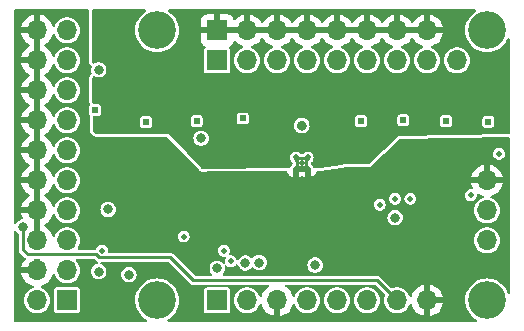
<source format=gbr>
%TF.GenerationSoftware,KiCad,Pcbnew,8.0.7*%
%TF.CreationDate,2024-12-21T09:58:57-05:00*%
%TF.ProjectId,tac5212_audio_board_single_ended,74616335-3231-4325-9f61-7564696f5f62,rev?*%
%TF.SameCoordinates,Original*%
%TF.FileFunction,Copper,L2,Inr*%
%TF.FilePolarity,Positive*%
%FSLAX46Y46*%
G04 Gerber Fmt 4.6, Leading zero omitted, Abs format (unit mm)*
G04 Created by KiCad (PCBNEW 8.0.7) date 2024-12-21 09:58:57*
%MOMM*%
%LPD*%
G01*
G04 APERTURE LIST*
%TA.AperFunction,ComponentPad*%
%ADD10C,0.500000*%
%TD*%
%TA.AperFunction,ComponentPad*%
%ADD11R,1.700000X1.700000*%
%TD*%
%TA.AperFunction,ComponentPad*%
%ADD12O,1.700000X1.700000*%
%TD*%
%TA.AperFunction,ComponentPad*%
%ADD13C,3.200000*%
%TD*%
%TA.AperFunction,ComponentPad*%
%ADD14R,0.500000X0.500000*%
%TD*%
%TA.AperFunction,ViaPad*%
%ADD15C,0.800000*%
%TD*%
%TA.AperFunction,Conductor*%
%ADD16C,0.250000*%
%TD*%
G04 APERTURE END LIST*
D10*
%TO.N,GNDD*%
%TO.C,J108*%
X108705025Y-111494975D03*
X108705025Y-110505025D03*
X109200000Y-111000000D03*
X109694975Y-111494975D03*
X109694975Y-110505025D03*
%TD*%
D11*
%TO.N,EN_HELD_HIGH*%
%TO.C,board_outline108*%
X89337500Y-122600000D03*
D12*
%TO.N,unconnected-(board_outline108-HELD_LOW-Pad2)*%
X86797500Y-122600000D03*
%TO.N,Net-(5V108-B)*%
X89337500Y-120060000D03*
%TO.N,GNDD*%
X86797500Y-120060000D03*
%TO.N,unconnected-(board_outline108-12V-Pad5)*%
X89337500Y-117520000D03*
%TO.N,GNDD*%
X86797500Y-117520000D03*
%TO.N,5212_DOUT1+*%
X89337500Y-114980000D03*
%TO.N,GNDD*%
X86797500Y-114980000D03*
%TO.N,5212_DIN1*%
X89337500Y-112440000D03*
%TO.N,GNDD*%
X86797500Y-112440000D03*
%TO.N,5212_BCLK1*%
X89337500Y-109900000D03*
%TO.N,GNDD*%
X86797500Y-109900000D03*
%TO.N,5212_LRCK1*%
X89337500Y-107360000D03*
%TO.N,GNDD*%
X86797500Y-107360000D03*
%TO.N,DSP_SDA*%
X89337500Y-104820000D03*
%TO.N,GNDD*%
X86797500Y-104820000D03*
%TO.N,DSP_SCL*%
X89337500Y-102280000D03*
%TO.N,GNDD*%
X86797500Y-102280000D03*
%TO.N,5212_MCLK1*%
X89337500Y-99740000D03*
%TO.N,GNDD*%
X86797500Y-99740000D03*
D11*
%TO.N,OUT1P+*%
X102047500Y-102285000D03*
%TO.N,Earth*%
X102047500Y-99745000D03*
D12*
%TO.N,OUT1M+*%
X104587500Y-102285000D03*
%TO.N,Earth*%
X104587500Y-99745000D03*
%TO.N,OUT2P+*%
X107127500Y-102285000D03*
%TO.N,Earth*%
X107127500Y-99745000D03*
%TO.N,OUT2M+*%
X109667500Y-102285000D03*
%TO.N,Earth*%
X109667500Y-99745000D03*
%TO.N,IN1P+*%
X112207500Y-102285000D03*
%TO.N,Earth*%
X112207500Y-99745000D03*
%TO.N,IN1M+*%
X114747500Y-102285000D03*
%TO.N,Earth*%
X114747500Y-99745000D03*
%TO.N,IN2P+*%
X117287500Y-102285000D03*
%TO.N,Earth*%
X117287500Y-99745000D03*
%TO.N,IN2M+*%
X119827500Y-102285000D03*
%TO.N,Earth*%
X119827500Y-99745000D03*
D11*
%TO.N,5212_SCL*%
X102047500Y-122605000D03*
D12*
%TO.N,5212_SDA*%
X104587500Y-122605000D03*
%TO.N,GNDD*%
X107127500Y-122605000D03*
%TO.N,GPIO1*%
X109667500Y-122605000D03*
%TO.N,GPIO2*%
X112207500Y-122605000D03*
%TO.N,GPO1*%
X114747500Y-122605000D03*
%TO.N,GPI1*%
X117287500Y-122605000D03*
%TO.N,GNDD*%
X119827500Y-122605000D03*
%TO.N,5V*%
X124892500Y-117525000D03*
%TO.N,3.3V_LDO*%
X124892500Y-114985000D03*
%TO.N,GNDD*%
X124892500Y-112445000D03*
%TO.N,MICBIAS*%
X122352500Y-102285000D03*
D13*
%TO.N,Net-(E108-B)*%
X96952500Y-99745000D03*
%TO.N,Net-(E109-B)*%
X124892500Y-99745000D03*
%TO.N,Net-(G117-A)*%
X96952500Y-122605000D03*
%TO.N,Net-(G118-A)*%
X124892500Y-122605000D03*
%TD*%
D10*
%TO.N,Earth*%
%TO.C,G110*%
X117100000Y-114000000D03*
%TD*%
%TO.N,Earth*%
%TO.C,G109*%
X99200000Y-117200000D03*
%TD*%
%TO.N,Earth*%
%TO.C,G112*%
X118400000Y-114000000D03*
%TD*%
%TO.N,Earth*%
%TO.C,G111*%
X92300000Y-118400000D03*
%TD*%
%TO.N,Earth*%
%TO.C,G113*%
X102600000Y-118400000D03*
%TD*%
%TO.N,Earth*%
%TO.C,G115*%
X103200000Y-119300000D03*
%TD*%
%TO.N,Earth*%
%TO.C,G114*%
X123500000Y-113700000D03*
%TD*%
%TO.N,Earth*%
%TO.C,G116*%
X125900000Y-110200000D03*
%TD*%
%TO.N,Earth*%
%TO.C,G108*%
X115800000Y-114500000D03*
%TD*%
D14*
%TO.N,OUT2P*%
%TO.C,OP109*%
X100300000Y-107425000D03*
%TD*%
%TO.N,IN2P*%
%TO.C,INP108*%
X121400000Y-107435000D03*
%TD*%
%TO.N,IN2M*%
%TO.C,INM108*%
X125000000Y-107482500D03*
%TD*%
%TO.N,OUT2M*%
%TO.C,OM109*%
X104200000Y-107200000D03*
%TD*%
%TO.N,OUT1P*%
%TO.C,OP108*%
X96000000Y-107500000D03*
%TD*%
%TO.N,IN1M*%
%TO.C,INM109*%
X117800000Y-107362500D03*
%TD*%
%TO.N,OUT1M*%
%TO.C,OM108*%
X91700000Y-106500000D03*
%TD*%
%TO.N,IN1P*%
%TO.C,INP109*%
X114200000Y-107425000D03*
%TD*%
D15*
%TO.N,GNDD*%
X109200000Y-107800000D03*
X99400000Y-123800000D03*
X91719599Y-111998440D03*
X107711709Y-119246986D03*
X106600000Y-117100000D03*
X99000000Y-118800000D03*
X100718700Y-117875000D03*
%TO.N,5V*%
X94569964Y-120430000D03*
%TO.N,Earth*%
X103224739Y-107762663D03*
X112825000Y-110225000D03*
%TO.N,EN_HELD_HIGH*%
X117100000Y-115600000D03*
%TO.N,5212_SCL*%
X102047500Y-119900002D03*
%TO.N,5212_SDA*%
X92004802Y-120161926D03*
X92007954Y-103082209D03*
%TO.N,3.3V_LDO*%
X100675000Y-108873986D03*
X92800004Y-114900000D03*
X105600000Y-119400000D03*
%TO.N,GPI1*%
X85600000Y-116400000D03*
%TO.N,Net-(PU_EN108-Pad1)*%
X110338844Y-119622742D03*
X104430004Y-119430004D03*
%TD*%
D16*
%TO.N,GPI1*%
X100000000Y-120900000D02*
X98075000Y-118975000D01*
X85600000Y-118300000D02*
X85600000Y-116400000D01*
X86000000Y-118700000D02*
X85600000Y-118300000D01*
X91786827Y-118700000D02*
X86000000Y-118700000D01*
X92061827Y-118975000D02*
X91786827Y-118700000D01*
X115582500Y-120900000D02*
X100000000Y-120900000D01*
X117287500Y-122605000D02*
X115582500Y-120900000D01*
X98075000Y-118975000D02*
X92061827Y-118975000D01*
%TD*%
%TA.AperFunction,Conductor*%
%TO.N,Earth*%
G36*
X104121575Y-99552007D02*
G01*
X104087500Y-99679174D01*
X104087500Y-99810826D01*
X104121575Y-99937993D01*
X104154488Y-99995000D01*
X102480512Y-99995000D01*
X102513425Y-99937993D01*
X102547500Y-99810826D01*
X102547500Y-99679174D01*
X102513425Y-99552007D01*
X102480512Y-99495000D01*
X104154488Y-99495000D01*
X104121575Y-99552007D01*
G37*
%TD.AperFunction*%
%TA.AperFunction,Conductor*%
G36*
X106661575Y-99552007D02*
G01*
X106627500Y-99679174D01*
X106627500Y-99810826D01*
X106661575Y-99937993D01*
X106694488Y-99995000D01*
X105020512Y-99995000D01*
X105053425Y-99937993D01*
X105087500Y-99810826D01*
X105087500Y-99679174D01*
X105053425Y-99552007D01*
X105020512Y-99495000D01*
X106694488Y-99495000D01*
X106661575Y-99552007D01*
G37*
%TD.AperFunction*%
%TA.AperFunction,Conductor*%
G36*
X109201575Y-99552007D02*
G01*
X109167500Y-99679174D01*
X109167500Y-99810826D01*
X109201575Y-99937993D01*
X109234488Y-99995000D01*
X107560512Y-99995000D01*
X107593425Y-99937993D01*
X107627500Y-99810826D01*
X107627500Y-99679174D01*
X107593425Y-99552007D01*
X107560512Y-99495000D01*
X109234488Y-99495000D01*
X109201575Y-99552007D01*
G37*
%TD.AperFunction*%
%TA.AperFunction,Conductor*%
G36*
X111741575Y-99552007D02*
G01*
X111707500Y-99679174D01*
X111707500Y-99810826D01*
X111741575Y-99937993D01*
X111774488Y-99995000D01*
X110100512Y-99995000D01*
X110133425Y-99937993D01*
X110167500Y-99810826D01*
X110167500Y-99679174D01*
X110133425Y-99552007D01*
X110100512Y-99495000D01*
X111774488Y-99495000D01*
X111741575Y-99552007D01*
G37*
%TD.AperFunction*%
%TA.AperFunction,Conductor*%
G36*
X114281575Y-99552007D02*
G01*
X114247500Y-99679174D01*
X114247500Y-99810826D01*
X114281575Y-99937993D01*
X114314488Y-99995000D01*
X112640512Y-99995000D01*
X112673425Y-99937993D01*
X112707500Y-99810826D01*
X112707500Y-99679174D01*
X112673425Y-99552007D01*
X112640512Y-99495000D01*
X114314488Y-99495000D01*
X114281575Y-99552007D01*
G37*
%TD.AperFunction*%
%TA.AperFunction,Conductor*%
G36*
X116821575Y-99552007D02*
G01*
X116787500Y-99679174D01*
X116787500Y-99810826D01*
X116821575Y-99937993D01*
X116854488Y-99995000D01*
X115180512Y-99995000D01*
X115213425Y-99937993D01*
X115247500Y-99810826D01*
X115247500Y-99679174D01*
X115213425Y-99552007D01*
X115180512Y-99495000D01*
X116854488Y-99495000D01*
X116821575Y-99552007D01*
G37*
%TD.AperFunction*%
%TA.AperFunction,Conductor*%
G36*
X119361575Y-99552007D02*
G01*
X119327500Y-99679174D01*
X119327500Y-99810826D01*
X119361575Y-99937993D01*
X119394488Y-99995000D01*
X117720512Y-99995000D01*
X117753425Y-99937993D01*
X117787500Y-99810826D01*
X117787500Y-99679174D01*
X117753425Y-99552007D01*
X117720512Y-99495000D01*
X119394488Y-99495000D01*
X119361575Y-99552007D01*
G37*
%TD.AperFunction*%
%TA.AperFunction,Conductor*%
G36*
X95968916Y-97964685D02*
G01*
X96014671Y-98017489D01*
X96024615Y-98086647D01*
X95995590Y-98150203D01*
X95961304Y-98177832D01*
X95949494Y-98184280D01*
X95949486Y-98184285D01*
X95737592Y-98342906D01*
X95737574Y-98342922D01*
X95550422Y-98530074D01*
X95550406Y-98530092D01*
X95391785Y-98741986D01*
X95391780Y-98741994D01*
X95264928Y-98974305D01*
X95264926Y-98974309D01*
X95172421Y-99222326D01*
X95116158Y-99480965D01*
X95116157Y-99480972D01*
X95097273Y-99744998D01*
X95097273Y-99745001D01*
X95116157Y-100009027D01*
X95116158Y-100009034D01*
X95172421Y-100267673D01*
X95264926Y-100515690D01*
X95264928Y-100515694D01*
X95391780Y-100748005D01*
X95391785Y-100748013D01*
X95550406Y-100959907D01*
X95550422Y-100959925D01*
X95737574Y-101147077D01*
X95737592Y-101147093D01*
X95949486Y-101305714D01*
X95949494Y-101305719D01*
X96181805Y-101432571D01*
X96181809Y-101432573D01*
X96181811Y-101432574D01*
X96429822Y-101525077D01*
X96429825Y-101525077D01*
X96429826Y-101525078D01*
X96625052Y-101567546D01*
X96688474Y-101581343D01*
X96932160Y-101598772D01*
X96952499Y-101600227D01*
X96952500Y-101600227D01*
X96952501Y-101600227D01*
X96971385Y-101598876D01*
X97216526Y-101581343D01*
X97475178Y-101525077D01*
X97723189Y-101432574D01*
X97955511Y-101305716D01*
X98167415Y-101147087D01*
X98354587Y-100959915D01*
X98513216Y-100748011D01*
X98640074Y-100515689D01*
X98732577Y-100267678D01*
X98788843Y-100009026D01*
X98807727Y-99745000D01*
X98788843Y-99480974D01*
X98732577Y-99222322D01*
X98640074Y-98974311D01*
X98585259Y-98873926D01*
X98570641Y-98847155D01*
X100697500Y-98847155D01*
X100697500Y-99495000D01*
X101614488Y-99495000D01*
X101581575Y-99552007D01*
X101547500Y-99679174D01*
X101547500Y-99810826D01*
X101581575Y-99937993D01*
X101614488Y-99995000D01*
X100697500Y-99995000D01*
X100697500Y-100642844D01*
X100703901Y-100702372D01*
X100703903Y-100702379D01*
X100754145Y-100837086D01*
X100754149Y-100837093D01*
X100840309Y-100952187D01*
X100840312Y-100952190D01*
X100955406Y-101038350D01*
X100955412Y-101038353D01*
X100976768Y-101046319D01*
X101032701Y-101088191D01*
X101057118Y-101153656D01*
X101042266Y-101221928D01*
X101021119Y-101250179D01*
X101016900Y-101254397D01*
X100961533Y-101337260D01*
X100961532Y-101337264D01*
X100947000Y-101410321D01*
X100947000Y-103159678D01*
X100961532Y-103232735D01*
X100961533Y-103232739D01*
X100961534Y-103232740D01*
X101016899Y-103315601D01*
X101099760Y-103370966D01*
X101099764Y-103370967D01*
X101172821Y-103385499D01*
X101172824Y-103385500D01*
X101172826Y-103385500D01*
X102922176Y-103385500D01*
X102922177Y-103385499D01*
X102995240Y-103370966D01*
X103078101Y-103315601D01*
X103133466Y-103232740D01*
X103148000Y-103159674D01*
X103148000Y-101410326D01*
X103148000Y-101410323D01*
X103147999Y-101410321D01*
X103133467Y-101337264D01*
X103133466Y-101337260D01*
X103112388Y-101305714D01*
X103078101Y-101254399D01*
X103078099Y-101254397D01*
X103078098Y-101254396D01*
X103073884Y-101250182D01*
X103040399Y-101188859D01*
X103045383Y-101119167D01*
X103087255Y-101063234D01*
X103118232Y-101046319D01*
X103139586Y-101038354D01*
X103139593Y-101038350D01*
X103254687Y-100952190D01*
X103254690Y-100952187D01*
X103340850Y-100837093D01*
X103340854Y-100837086D01*
X103390114Y-100705013D01*
X103431985Y-100649079D01*
X103497449Y-100624662D01*
X103565722Y-100639513D01*
X103593977Y-100660665D01*
X103716417Y-100783105D01*
X103909921Y-100918600D01*
X104124007Y-101018429D01*
X104124016Y-101018433D01*
X104163083Y-101028901D01*
X104222744Y-101065266D01*
X104253273Y-101128113D01*
X104244979Y-101197488D01*
X104200493Y-101251366D01*
X104175784Y-101264302D01*
X104094873Y-101295647D01*
X104094857Y-101295655D01*
X103921460Y-101403017D01*
X103921458Y-101403019D01*
X103770737Y-101540418D01*
X103647827Y-101703178D01*
X103556922Y-101885739D01*
X103556917Y-101885752D01*
X103501102Y-102081917D01*
X103482285Y-102284999D01*
X103482285Y-102285000D01*
X103501102Y-102488082D01*
X103556917Y-102684247D01*
X103556922Y-102684260D01*
X103647827Y-102866821D01*
X103770737Y-103029581D01*
X103921458Y-103166980D01*
X103921460Y-103166982D01*
X104020641Y-103228392D01*
X104094863Y-103274348D01*
X104285044Y-103348024D01*
X104485524Y-103385500D01*
X104485526Y-103385500D01*
X104689474Y-103385500D01*
X104689476Y-103385500D01*
X104889956Y-103348024D01*
X105080137Y-103274348D01*
X105253541Y-103166981D01*
X105404264Y-103029579D01*
X105527173Y-102866821D01*
X105618082Y-102684250D01*
X105673897Y-102488083D01*
X105692715Y-102285000D01*
X105673897Y-102081917D01*
X105618082Y-101885750D01*
X105527173Y-101703179D01*
X105404264Y-101540421D01*
X105404262Y-101540418D01*
X105253541Y-101403019D01*
X105253539Y-101403017D01*
X105080142Y-101295655D01*
X105080135Y-101295651D01*
X104999215Y-101264303D01*
X104943813Y-101221730D01*
X104920223Y-101155963D01*
X104935934Y-101087883D01*
X104985958Y-101039104D01*
X105011917Y-101028901D01*
X105050981Y-101018434D01*
X105050992Y-101018429D01*
X105265078Y-100918600D01*
X105458582Y-100783105D01*
X105625605Y-100616082D01*
X105755925Y-100429968D01*
X105810502Y-100386344D01*
X105880001Y-100379151D01*
X105942355Y-100410673D01*
X105959075Y-100429968D01*
X106089394Y-100616082D01*
X106256417Y-100783105D01*
X106449921Y-100918600D01*
X106664007Y-101018429D01*
X106664016Y-101018433D01*
X106703083Y-101028901D01*
X106762744Y-101065266D01*
X106793273Y-101128113D01*
X106784979Y-101197488D01*
X106740493Y-101251366D01*
X106715784Y-101264302D01*
X106634873Y-101295647D01*
X106634857Y-101295655D01*
X106461460Y-101403017D01*
X106461458Y-101403019D01*
X106310737Y-101540418D01*
X106187827Y-101703178D01*
X106096922Y-101885739D01*
X106096917Y-101885752D01*
X106041102Y-102081917D01*
X106022285Y-102284999D01*
X106022285Y-102285000D01*
X106041102Y-102488082D01*
X106096917Y-102684247D01*
X106096922Y-102684260D01*
X106187827Y-102866821D01*
X106310737Y-103029581D01*
X106461458Y-103166980D01*
X106461460Y-103166982D01*
X106560641Y-103228392D01*
X106634863Y-103274348D01*
X106825044Y-103348024D01*
X107025524Y-103385500D01*
X107025526Y-103385500D01*
X107229474Y-103385500D01*
X107229476Y-103385500D01*
X107429956Y-103348024D01*
X107620137Y-103274348D01*
X107793541Y-103166981D01*
X107944264Y-103029579D01*
X108067173Y-102866821D01*
X108158082Y-102684250D01*
X108213897Y-102488083D01*
X108232715Y-102285000D01*
X108213897Y-102081917D01*
X108158082Y-101885750D01*
X108067173Y-101703179D01*
X107944264Y-101540421D01*
X107944262Y-101540418D01*
X107793541Y-101403019D01*
X107793539Y-101403017D01*
X107620142Y-101295655D01*
X107620135Y-101295651D01*
X107539215Y-101264303D01*
X107483813Y-101221730D01*
X107460223Y-101155963D01*
X107475934Y-101087883D01*
X107525958Y-101039104D01*
X107551917Y-101028901D01*
X107590981Y-101018434D01*
X107590992Y-101018429D01*
X107805078Y-100918600D01*
X107998582Y-100783105D01*
X108165605Y-100616082D01*
X108295925Y-100429968D01*
X108350502Y-100386344D01*
X108420001Y-100379151D01*
X108482355Y-100410673D01*
X108499075Y-100429968D01*
X108629394Y-100616082D01*
X108796417Y-100783105D01*
X108989921Y-100918600D01*
X109204007Y-101018429D01*
X109204016Y-101018433D01*
X109243083Y-101028901D01*
X109302744Y-101065266D01*
X109333273Y-101128113D01*
X109324979Y-101197488D01*
X109280493Y-101251366D01*
X109255784Y-101264302D01*
X109174873Y-101295647D01*
X109174857Y-101295655D01*
X109001460Y-101403017D01*
X109001458Y-101403019D01*
X108850737Y-101540418D01*
X108727827Y-101703178D01*
X108636922Y-101885739D01*
X108636917Y-101885752D01*
X108581102Y-102081917D01*
X108562285Y-102284999D01*
X108562285Y-102285000D01*
X108581102Y-102488082D01*
X108636917Y-102684247D01*
X108636922Y-102684260D01*
X108727827Y-102866821D01*
X108850737Y-103029581D01*
X109001458Y-103166980D01*
X109001460Y-103166982D01*
X109100641Y-103228392D01*
X109174863Y-103274348D01*
X109365044Y-103348024D01*
X109565524Y-103385500D01*
X109565526Y-103385500D01*
X109769474Y-103385500D01*
X109769476Y-103385500D01*
X109969956Y-103348024D01*
X110160137Y-103274348D01*
X110333541Y-103166981D01*
X110484264Y-103029579D01*
X110607173Y-102866821D01*
X110698082Y-102684250D01*
X110753897Y-102488083D01*
X110772715Y-102285000D01*
X110753897Y-102081917D01*
X110698082Y-101885750D01*
X110607173Y-101703179D01*
X110484264Y-101540421D01*
X110484262Y-101540418D01*
X110333541Y-101403019D01*
X110333539Y-101403017D01*
X110160142Y-101295655D01*
X110160135Y-101295651D01*
X110079215Y-101264303D01*
X110023813Y-101221730D01*
X110000223Y-101155963D01*
X110015934Y-101087883D01*
X110065958Y-101039104D01*
X110091917Y-101028901D01*
X110130981Y-101018434D01*
X110130992Y-101018429D01*
X110345078Y-100918600D01*
X110538582Y-100783105D01*
X110705605Y-100616082D01*
X110835925Y-100429968D01*
X110890502Y-100386344D01*
X110960001Y-100379151D01*
X111022355Y-100410673D01*
X111039075Y-100429968D01*
X111169394Y-100616082D01*
X111336417Y-100783105D01*
X111529921Y-100918600D01*
X111744007Y-101018429D01*
X111744016Y-101018433D01*
X111783083Y-101028901D01*
X111842744Y-101065266D01*
X111873273Y-101128113D01*
X111864979Y-101197488D01*
X111820493Y-101251366D01*
X111795784Y-101264302D01*
X111714873Y-101295647D01*
X111714857Y-101295655D01*
X111541460Y-101403017D01*
X111541458Y-101403019D01*
X111390737Y-101540418D01*
X111267827Y-101703178D01*
X111176922Y-101885739D01*
X111176917Y-101885752D01*
X111121102Y-102081917D01*
X111102285Y-102284999D01*
X111102285Y-102285000D01*
X111121102Y-102488082D01*
X111176917Y-102684247D01*
X111176922Y-102684260D01*
X111267827Y-102866821D01*
X111390737Y-103029581D01*
X111541458Y-103166980D01*
X111541460Y-103166982D01*
X111640641Y-103228392D01*
X111714863Y-103274348D01*
X111905044Y-103348024D01*
X112105524Y-103385500D01*
X112105526Y-103385500D01*
X112309474Y-103385500D01*
X112309476Y-103385500D01*
X112509956Y-103348024D01*
X112700137Y-103274348D01*
X112873541Y-103166981D01*
X113024264Y-103029579D01*
X113147173Y-102866821D01*
X113238082Y-102684250D01*
X113293897Y-102488083D01*
X113312715Y-102285000D01*
X113293897Y-102081917D01*
X113238082Y-101885750D01*
X113147173Y-101703179D01*
X113024264Y-101540421D01*
X113024262Y-101540418D01*
X112873541Y-101403019D01*
X112873539Y-101403017D01*
X112700142Y-101295655D01*
X112700135Y-101295651D01*
X112619215Y-101264303D01*
X112563813Y-101221730D01*
X112540223Y-101155963D01*
X112555934Y-101087883D01*
X112605958Y-101039104D01*
X112631917Y-101028901D01*
X112670981Y-101018434D01*
X112670992Y-101018429D01*
X112885078Y-100918600D01*
X113078582Y-100783105D01*
X113245605Y-100616082D01*
X113375925Y-100429968D01*
X113430502Y-100386344D01*
X113500001Y-100379151D01*
X113562355Y-100410673D01*
X113579075Y-100429968D01*
X113709394Y-100616082D01*
X113876417Y-100783105D01*
X114069921Y-100918600D01*
X114284007Y-101018429D01*
X114284016Y-101018433D01*
X114323083Y-101028901D01*
X114382744Y-101065266D01*
X114413273Y-101128113D01*
X114404979Y-101197488D01*
X114360493Y-101251366D01*
X114335784Y-101264302D01*
X114254873Y-101295647D01*
X114254857Y-101295655D01*
X114081460Y-101403017D01*
X114081458Y-101403019D01*
X113930737Y-101540418D01*
X113807827Y-101703178D01*
X113716922Y-101885739D01*
X113716917Y-101885752D01*
X113661102Y-102081917D01*
X113642285Y-102284999D01*
X113642285Y-102285000D01*
X113661102Y-102488082D01*
X113716917Y-102684247D01*
X113716922Y-102684260D01*
X113807827Y-102866821D01*
X113930737Y-103029581D01*
X114081458Y-103166980D01*
X114081460Y-103166982D01*
X114180641Y-103228392D01*
X114254863Y-103274348D01*
X114445044Y-103348024D01*
X114645524Y-103385500D01*
X114645526Y-103385500D01*
X114849474Y-103385500D01*
X114849476Y-103385500D01*
X115049956Y-103348024D01*
X115240137Y-103274348D01*
X115413541Y-103166981D01*
X115564264Y-103029579D01*
X115687173Y-102866821D01*
X115778082Y-102684250D01*
X115833897Y-102488083D01*
X115852715Y-102285000D01*
X115833897Y-102081917D01*
X115778082Y-101885750D01*
X115687173Y-101703179D01*
X115564264Y-101540421D01*
X115564262Y-101540418D01*
X115413541Y-101403019D01*
X115413539Y-101403017D01*
X115240142Y-101295655D01*
X115240135Y-101295651D01*
X115159215Y-101264303D01*
X115103813Y-101221730D01*
X115080223Y-101155963D01*
X115095934Y-101087883D01*
X115145958Y-101039104D01*
X115171917Y-101028901D01*
X115210981Y-101018434D01*
X115210992Y-101018429D01*
X115425078Y-100918600D01*
X115618582Y-100783105D01*
X115785605Y-100616082D01*
X115915925Y-100429968D01*
X115970502Y-100386344D01*
X116040001Y-100379151D01*
X116102355Y-100410673D01*
X116119075Y-100429968D01*
X116249394Y-100616082D01*
X116416417Y-100783105D01*
X116609921Y-100918600D01*
X116824007Y-101018429D01*
X116824016Y-101018433D01*
X116863083Y-101028901D01*
X116922744Y-101065266D01*
X116953273Y-101128113D01*
X116944979Y-101197488D01*
X116900493Y-101251366D01*
X116875784Y-101264302D01*
X116794873Y-101295647D01*
X116794857Y-101295655D01*
X116621460Y-101403017D01*
X116621458Y-101403019D01*
X116470737Y-101540418D01*
X116347827Y-101703178D01*
X116256922Y-101885739D01*
X116256917Y-101885752D01*
X116201102Y-102081917D01*
X116182285Y-102284999D01*
X116182285Y-102285000D01*
X116201102Y-102488082D01*
X116256917Y-102684247D01*
X116256922Y-102684260D01*
X116347827Y-102866821D01*
X116470737Y-103029581D01*
X116621458Y-103166980D01*
X116621460Y-103166982D01*
X116720641Y-103228392D01*
X116794863Y-103274348D01*
X116985044Y-103348024D01*
X117185524Y-103385500D01*
X117185526Y-103385500D01*
X117389474Y-103385500D01*
X117389476Y-103385500D01*
X117589956Y-103348024D01*
X117780137Y-103274348D01*
X117953541Y-103166981D01*
X118104264Y-103029579D01*
X118227173Y-102866821D01*
X118318082Y-102684250D01*
X118373897Y-102488083D01*
X118392715Y-102285000D01*
X118373897Y-102081917D01*
X118318082Y-101885750D01*
X118227173Y-101703179D01*
X118104264Y-101540421D01*
X118104262Y-101540418D01*
X117953541Y-101403019D01*
X117953539Y-101403017D01*
X117780142Y-101295655D01*
X117780135Y-101295651D01*
X117699215Y-101264303D01*
X117643813Y-101221730D01*
X117620223Y-101155963D01*
X117635934Y-101087883D01*
X117685958Y-101039104D01*
X117711917Y-101028901D01*
X117750981Y-101018434D01*
X117750992Y-101018429D01*
X117965078Y-100918600D01*
X118158582Y-100783105D01*
X118325605Y-100616082D01*
X118455925Y-100429968D01*
X118510502Y-100386344D01*
X118580001Y-100379151D01*
X118642355Y-100410673D01*
X118659075Y-100429968D01*
X118789394Y-100616082D01*
X118956417Y-100783105D01*
X119149921Y-100918600D01*
X119364007Y-101018429D01*
X119364016Y-101018433D01*
X119403083Y-101028901D01*
X119462744Y-101065266D01*
X119493273Y-101128113D01*
X119484979Y-101197488D01*
X119440493Y-101251366D01*
X119415784Y-101264302D01*
X119334873Y-101295647D01*
X119334857Y-101295655D01*
X119161460Y-101403017D01*
X119161458Y-101403019D01*
X119010737Y-101540418D01*
X118887827Y-101703178D01*
X118796922Y-101885739D01*
X118796917Y-101885752D01*
X118741102Y-102081917D01*
X118722285Y-102284999D01*
X118722285Y-102285000D01*
X118741102Y-102488082D01*
X118796917Y-102684247D01*
X118796922Y-102684260D01*
X118887827Y-102866821D01*
X119010737Y-103029581D01*
X119161458Y-103166980D01*
X119161460Y-103166982D01*
X119260641Y-103228392D01*
X119334863Y-103274348D01*
X119525044Y-103348024D01*
X119725524Y-103385500D01*
X119725526Y-103385500D01*
X119929474Y-103385500D01*
X119929476Y-103385500D01*
X120129956Y-103348024D01*
X120320137Y-103274348D01*
X120493541Y-103166981D01*
X120644264Y-103029579D01*
X120767173Y-102866821D01*
X120858082Y-102684250D01*
X120913897Y-102488083D01*
X120932715Y-102285000D01*
X120932715Y-102284999D01*
X121247285Y-102284999D01*
X121247285Y-102285000D01*
X121266102Y-102488082D01*
X121321917Y-102684247D01*
X121321922Y-102684260D01*
X121412827Y-102866821D01*
X121535737Y-103029581D01*
X121686458Y-103166980D01*
X121686460Y-103166982D01*
X121785641Y-103228392D01*
X121859863Y-103274348D01*
X122050044Y-103348024D01*
X122250524Y-103385500D01*
X122250526Y-103385500D01*
X122454474Y-103385500D01*
X122454476Y-103385500D01*
X122654956Y-103348024D01*
X122845137Y-103274348D01*
X123018541Y-103166981D01*
X123169264Y-103029579D01*
X123292173Y-102866821D01*
X123383082Y-102684250D01*
X123438897Y-102488083D01*
X123457715Y-102285000D01*
X123438897Y-102081917D01*
X123383082Y-101885750D01*
X123292173Y-101703179D01*
X123169264Y-101540421D01*
X123169262Y-101540418D01*
X123018541Y-101403019D01*
X123018539Y-101403017D01*
X122845142Y-101295655D01*
X122845135Y-101295651D01*
X122730821Y-101251366D01*
X122654956Y-101221976D01*
X122454476Y-101184500D01*
X122250524Y-101184500D01*
X122050044Y-101221976D01*
X122050041Y-101221976D01*
X122050041Y-101221977D01*
X121859864Y-101295651D01*
X121859857Y-101295655D01*
X121686460Y-101403017D01*
X121686458Y-101403019D01*
X121535737Y-101540418D01*
X121412827Y-101703178D01*
X121321922Y-101885739D01*
X121321917Y-101885752D01*
X121266102Y-102081917D01*
X121247285Y-102284999D01*
X120932715Y-102284999D01*
X120913897Y-102081917D01*
X120858082Y-101885750D01*
X120767173Y-101703179D01*
X120644264Y-101540421D01*
X120644262Y-101540418D01*
X120493541Y-101403019D01*
X120493539Y-101403017D01*
X120320142Y-101295655D01*
X120320135Y-101295651D01*
X120239215Y-101264303D01*
X120183813Y-101221730D01*
X120160223Y-101155963D01*
X120175934Y-101087883D01*
X120225958Y-101039104D01*
X120251917Y-101028901D01*
X120290981Y-101018434D01*
X120290992Y-101018429D01*
X120505078Y-100918600D01*
X120698582Y-100783105D01*
X120865605Y-100616082D01*
X121001100Y-100422578D01*
X121100929Y-100208492D01*
X121100932Y-100208486D01*
X121158136Y-99995000D01*
X120260512Y-99995000D01*
X120293425Y-99937993D01*
X120327500Y-99810826D01*
X120327500Y-99679174D01*
X120293425Y-99552007D01*
X120260512Y-99495000D01*
X121158136Y-99495000D01*
X121158135Y-99494999D01*
X121100932Y-99281513D01*
X121100929Y-99281507D01*
X121001100Y-99067422D01*
X121001099Y-99067420D01*
X120865613Y-98873926D01*
X120865608Y-98873920D01*
X120698582Y-98706894D01*
X120505078Y-98571399D01*
X120290992Y-98471570D01*
X120290986Y-98471567D01*
X120077500Y-98414364D01*
X120077500Y-99311988D01*
X120020493Y-99279075D01*
X119893326Y-99245000D01*
X119761674Y-99245000D01*
X119634507Y-99279075D01*
X119577500Y-99311988D01*
X119577500Y-98414364D01*
X119577499Y-98414364D01*
X119364013Y-98471567D01*
X119364007Y-98471570D01*
X119149922Y-98571399D01*
X119149920Y-98571400D01*
X118956426Y-98706886D01*
X118956420Y-98706891D01*
X118789391Y-98873920D01*
X118789390Y-98873922D01*
X118659075Y-99060031D01*
X118604498Y-99103655D01*
X118534999Y-99110848D01*
X118472645Y-99079326D01*
X118455925Y-99060031D01*
X118325609Y-98873922D01*
X118325608Y-98873920D01*
X118158582Y-98706894D01*
X117965078Y-98571399D01*
X117750992Y-98471570D01*
X117750986Y-98471567D01*
X117537500Y-98414364D01*
X117537500Y-99311988D01*
X117480493Y-99279075D01*
X117353326Y-99245000D01*
X117221674Y-99245000D01*
X117094507Y-99279075D01*
X117037500Y-99311988D01*
X117037500Y-98414364D01*
X117037499Y-98414364D01*
X116824013Y-98471567D01*
X116824007Y-98471570D01*
X116609922Y-98571399D01*
X116609920Y-98571400D01*
X116416426Y-98706886D01*
X116416420Y-98706891D01*
X116249391Y-98873920D01*
X116249390Y-98873922D01*
X116119075Y-99060031D01*
X116064498Y-99103655D01*
X115994999Y-99110848D01*
X115932645Y-99079326D01*
X115915925Y-99060031D01*
X115785609Y-98873922D01*
X115785608Y-98873920D01*
X115618582Y-98706894D01*
X115425078Y-98571399D01*
X115210992Y-98471570D01*
X115210986Y-98471567D01*
X114997500Y-98414364D01*
X114997500Y-99311988D01*
X114940493Y-99279075D01*
X114813326Y-99245000D01*
X114681674Y-99245000D01*
X114554507Y-99279075D01*
X114497500Y-99311988D01*
X114497500Y-98414364D01*
X114497499Y-98414364D01*
X114284013Y-98471567D01*
X114284007Y-98471570D01*
X114069922Y-98571399D01*
X114069920Y-98571400D01*
X113876426Y-98706886D01*
X113876420Y-98706891D01*
X113709391Y-98873920D01*
X113709390Y-98873922D01*
X113579075Y-99060031D01*
X113524498Y-99103655D01*
X113454999Y-99110848D01*
X113392645Y-99079326D01*
X113375925Y-99060031D01*
X113245609Y-98873922D01*
X113245608Y-98873920D01*
X113078582Y-98706894D01*
X112885078Y-98571399D01*
X112670992Y-98471570D01*
X112670986Y-98471567D01*
X112457500Y-98414364D01*
X112457500Y-99311988D01*
X112400493Y-99279075D01*
X112273326Y-99245000D01*
X112141674Y-99245000D01*
X112014507Y-99279075D01*
X111957500Y-99311988D01*
X111957500Y-98414364D01*
X111957499Y-98414364D01*
X111744013Y-98471567D01*
X111744007Y-98471570D01*
X111529922Y-98571399D01*
X111529920Y-98571400D01*
X111336426Y-98706886D01*
X111336420Y-98706891D01*
X111169391Y-98873920D01*
X111169390Y-98873922D01*
X111039075Y-99060031D01*
X110984498Y-99103655D01*
X110914999Y-99110848D01*
X110852645Y-99079326D01*
X110835925Y-99060031D01*
X110705609Y-98873922D01*
X110705608Y-98873920D01*
X110538582Y-98706894D01*
X110345078Y-98571399D01*
X110130992Y-98471570D01*
X110130986Y-98471567D01*
X109917500Y-98414364D01*
X109917500Y-99311988D01*
X109860493Y-99279075D01*
X109733326Y-99245000D01*
X109601674Y-99245000D01*
X109474507Y-99279075D01*
X109417500Y-99311988D01*
X109417500Y-98414364D01*
X109417499Y-98414364D01*
X109204013Y-98471567D01*
X109204007Y-98471570D01*
X108989922Y-98571399D01*
X108989920Y-98571400D01*
X108796426Y-98706886D01*
X108796420Y-98706891D01*
X108629391Y-98873920D01*
X108629390Y-98873922D01*
X108499075Y-99060031D01*
X108444498Y-99103655D01*
X108374999Y-99110848D01*
X108312645Y-99079326D01*
X108295925Y-99060031D01*
X108165609Y-98873922D01*
X108165608Y-98873920D01*
X107998582Y-98706894D01*
X107805078Y-98571399D01*
X107590992Y-98471570D01*
X107590986Y-98471567D01*
X107377500Y-98414364D01*
X107377500Y-99311988D01*
X107320493Y-99279075D01*
X107193326Y-99245000D01*
X107061674Y-99245000D01*
X106934507Y-99279075D01*
X106877500Y-99311988D01*
X106877500Y-98414364D01*
X106877499Y-98414364D01*
X106664013Y-98471567D01*
X106664007Y-98471570D01*
X106449922Y-98571399D01*
X106449920Y-98571400D01*
X106256426Y-98706886D01*
X106256420Y-98706891D01*
X106089391Y-98873920D01*
X106089390Y-98873922D01*
X105959075Y-99060031D01*
X105904498Y-99103655D01*
X105834999Y-99110848D01*
X105772645Y-99079326D01*
X105755925Y-99060031D01*
X105625609Y-98873922D01*
X105625608Y-98873920D01*
X105458582Y-98706894D01*
X105265078Y-98571399D01*
X105050992Y-98471570D01*
X105050986Y-98471567D01*
X104837500Y-98414364D01*
X104837500Y-99311988D01*
X104780493Y-99279075D01*
X104653326Y-99245000D01*
X104521674Y-99245000D01*
X104394507Y-99279075D01*
X104337500Y-99311988D01*
X104337500Y-98414364D01*
X104337499Y-98414364D01*
X104124013Y-98471567D01*
X104124007Y-98471570D01*
X103909922Y-98571399D01*
X103909920Y-98571400D01*
X103716426Y-98706886D01*
X103593977Y-98829335D01*
X103532654Y-98862819D01*
X103462962Y-98857835D01*
X103407029Y-98815963D01*
X103390114Y-98784986D01*
X103340854Y-98652913D01*
X103340850Y-98652906D01*
X103254690Y-98537812D01*
X103254687Y-98537809D01*
X103139593Y-98451649D01*
X103139586Y-98451645D01*
X103004879Y-98401403D01*
X103004872Y-98401401D01*
X102945344Y-98395000D01*
X102297500Y-98395000D01*
X102297500Y-99311988D01*
X102240493Y-99279075D01*
X102113326Y-99245000D01*
X101981674Y-99245000D01*
X101854507Y-99279075D01*
X101797500Y-99311988D01*
X101797500Y-98395000D01*
X101149655Y-98395000D01*
X101090127Y-98401401D01*
X101090120Y-98401403D01*
X100955413Y-98451645D01*
X100955406Y-98451649D01*
X100840312Y-98537809D01*
X100840309Y-98537812D01*
X100754149Y-98652906D01*
X100754145Y-98652913D01*
X100703903Y-98787620D01*
X100703901Y-98787627D01*
X100697500Y-98847155D01*
X98570641Y-98847155D01*
X98513219Y-98741994D01*
X98513214Y-98741986D01*
X98354593Y-98530092D01*
X98354577Y-98530074D01*
X98167425Y-98342922D01*
X98167407Y-98342906D01*
X97955513Y-98184285D01*
X97955505Y-98184280D01*
X97943696Y-98177832D01*
X97894291Y-98128427D01*
X97879439Y-98060154D01*
X97903856Y-97994689D01*
X97959790Y-97952818D01*
X98003123Y-97945000D01*
X123841877Y-97945000D01*
X123908916Y-97964685D01*
X123954671Y-98017489D01*
X123964615Y-98086647D01*
X123935590Y-98150203D01*
X123901304Y-98177832D01*
X123889494Y-98184280D01*
X123889486Y-98184285D01*
X123677592Y-98342906D01*
X123677574Y-98342922D01*
X123490422Y-98530074D01*
X123490406Y-98530092D01*
X123331785Y-98741986D01*
X123331780Y-98741994D01*
X123204928Y-98974305D01*
X123204926Y-98974309D01*
X123112421Y-99222326D01*
X123056158Y-99480965D01*
X123056157Y-99480972D01*
X123037273Y-99744998D01*
X123037273Y-99745001D01*
X123056157Y-100009027D01*
X123056158Y-100009034D01*
X123112421Y-100267673D01*
X123204926Y-100515690D01*
X123204928Y-100515694D01*
X123331780Y-100748005D01*
X123331785Y-100748013D01*
X123490406Y-100959907D01*
X123490422Y-100959925D01*
X123677574Y-101147077D01*
X123677592Y-101147093D01*
X123889486Y-101305714D01*
X123889494Y-101305719D01*
X124121805Y-101432571D01*
X124121809Y-101432573D01*
X124121811Y-101432574D01*
X124369822Y-101525077D01*
X124369825Y-101525077D01*
X124369826Y-101525078D01*
X124565052Y-101567546D01*
X124628474Y-101581343D01*
X124872160Y-101598772D01*
X124892499Y-101600227D01*
X124892500Y-101600227D01*
X124892501Y-101600227D01*
X124911385Y-101598876D01*
X125156526Y-101581343D01*
X125415178Y-101525077D01*
X125663189Y-101432574D01*
X125895511Y-101305716D01*
X126107415Y-101147087D01*
X126294587Y-100959915D01*
X126453216Y-100748011D01*
X126580074Y-100515689D01*
X126592318Y-100482860D01*
X126634188Y-100426927D01*
X126699653Y-100402509D01*
X126767926Y-100417360D01*
X126817332Y-100466765D01*
X126832500Y-100526193D01*
X126832500Y-108430153D01*
X126812815Y-108497192D01*
X126760011Y-108542947D01*
X126710271Y-108554140D01*
X117431353Y-108686701D01*
X117431350Y-108686702D01*
X114922568Y-111049161D01*
X114860267Y-111080790D01*
X114835437Y-111082869D01*
X112900002Y-111049741D01*
X112900001Y-111049741D01*
X112900000Y-111049741D01*
X112486638Y-111112830D01*
X110708956Y-111384146D01*
X110690930Y-111385563D01*
X110276647Y-111387846D01*
X110209500Y-111368531D01*
X110163455Y-111315980D01*
X110163170Y-111315360D01*
X110120352Y-111221603D01*
X110120351Y-111221601D01*
X110026103Y-111112832D01*
X110012852Y-111104316D01*
X109967096Y-111051513D01*
X109957152Y-110982355D01*
X109986176Y-110918799D01*
X110012852Y-110895684D01*
X110014356Y-110894717D01*
X110026103Y-110887168D01*
X110120352Y-110778398D01*
X110180140Y-110647482D01*
X110200622Y-110505025D01*
X110180140Y-110362568D01*
X110120352Y-110231652D01*
X110026103Y-110122882D01*
X109905028Y-110045072D01*
X109905026Y-110045071D01*
X109905024Y-110045070D01*
X109905025Y-110045070D01*
X109766938Y-110004525D01*
X109766936Y-110004525D01*
X109623014Y-110004525D01*
X109623011Y-110004525D01*
X109484924Y-110045070D01*
X109363848Y-110122881D01*
X109293713Y-110203821D01*
X109234934Y-110241595D01*
X109165065Y-110241595D01*
X109106287Y-110203821D01*
X109084550Y-110178736D01*
X109036153Y-110122882D01*
X108915078Y-110045072D01*
X108915076Y-110045071D01*
X108915074Y-110045070D01*
X108915075Y-110045070D01*
X108776988Y-110004525D01*
X108776986Y-110004525D01*
X108633064Y-110004525D01*
X108633061Y-110004525D01*
X108494974Y-110045070D01*
X108373898Y-110122881D01*
X108279648Y-110231651D01*
X108279647Y-110231653D01*
X108219859Y-110362568D01*
X108199378Y-110505025D01*
X108219859Y-110647481D01*
X108279647Y-110778396D01*
X108279648Y-110778398D01*
X108373897Y-110887168D01*
X108373899Y-110887169D01*
X108387149Y-110895685D01*
X108432904Y-110948489D01*
X108442847Y-111017648D01*
X108413821Y-111081203D01*
X108387149Y-111104315D01*
X108373899Y-111112830D01*
X108279648Y-111221601D01*
X108279647Y-111221603D01*
X108231400Y-111327248D01*
X108185645Y-111380052D01*
X108119289Y-111399734D01*
X100753554Y-111440322D01*
X100686407Y-111421007D01*
X100663069Y-111401832D01*
X98256101Y-108873985D01*
X100019722Y-108873985D01*
X100019722Y-108873986D01*
X100038762Y-109030804D01*
X100094780Y-109178509D01*
X100184517Y-109308516D01*
X100302760Y-109413269D01*
X100302762Y-109413270D01*
X100442634Y-109486682D01*
X100596014Y-109524486D01*
X100596015Y-109524486D01*
X100753985Y-109524486D01*
X100907365Y-109486682D01*
X101047240Y-109413269D01*
X101165483Y-109308516D01*
X101255220Y-109178509D01*
X101311237Y-109030804D01*
X101330278Y-108873986D01*
X101311237Y-108717168D01*
X101299682Y-108686701D01*
X101289992Y-108661150D01*
X101255220Y-108569463D01*
X101165483Y-108439456D01*
X101047240Y-108334703D01*
X101047238Y-108334702D01*
X101047237Y-108334701D01*
X100907365Y-108261289D01*
X100753986Y-108223486D01*
X100753985Y-108223486D01*
X100596015Y-108223486D01*
X100596014Y-108223486D01*
X100442634Y-108261289D01*
X100302762Y-108334701D01*
X100184516Y-108439457D01*
X100094781Y-108569461D01*
X100094780Y-108569462D01*
X100038762Y-108717167D01*
X100019722Y-108873985D01*
X98256101Y-108873985D01*
X97900000Y-108500000D01*
X91837544Y-108500000D01*
X91770505Y-108480315D01*
X91768761Y-108479174D01*
X91554695Y-108336463D01*
X91509834Y-108282898D01*
X91499482Y-108234265D01*
X91499397Y-108223486D01*
X91491538Y-107225321D01*
X95499500Y-107225321D01*
X95499500Y-107774678D01*
X95514032Y-107847735D01*
X95514033Y-107847739D01*
X95524230Y-107863000D01*
X95569399Y-107930601D01*
X95647821Y-107983000D01*
X95652260Y-107985966D01*
X95652264Y-107985967D01*
X95725321Y-108000499D01*
X95725324Y-108000500D01*
X95725326Y-108000500D01*
X96274676Y-108000500D01*
X96274677Y-108000499D01*
X96347740Y-107985966D01*
X96430601Y-107930601D01*
X96485966Y-107847740D01*
X96500500Y-107774674D01*
X96500500Y-107225326D01*
X96500500Y-107225323D01*
X96500499Y-107225321D01*
X96485967Y-107152264D01*
X96485966Y-107152260D01*
X96484670Y-107150321D01*
X99799500Y-107150321D01*
X99799500Y-107699678D01*
X99814032Y-107772735D01*
X99814033Y-107772739D01*
X99832248Y-107799999D01*
X99869399Y-107855601D01*
X99952260Y-107910966D01*
X99952264Y-107910967D01*
X100025321Y-107925499D01*
X100025324Y-107925500D01*
X100025326Y-107925500D01*
X100574676Y-107925500D01*
X100574677Y-107925499D01*
X100647740Y-107910966D01*
X100730601Y-107855601D01*
X100767752Y-107799999D01*
X108544722Y-107799999D01*
X108544722Y-107800000D01*
X108563762Y-107956818D01*
X108580329Y-108000500D01*
X108619780Y-108104523D01*
X108709517Y-108234530D01*
X108827760Y-108339283D01*
X108827762Y-108339284D01*
X108967634Y-108412696D01*
X109121014Y-108450500D01*
X109121015Y-108450500D01*
X109278985Y-108450500D01*
X109432365Y-108412696D01*
X109572240Y-108339283D01*
X109690483Y-108234530D01*
X109780220Y-108104523D01*
X109836237Y-107956818D01*
X109855278Y-107800000D01*
X109851968Y-107772735D01*
X109836237Y-107643181D01*
X109814992Y-107587164D01*
X109780220Y-107495477D01*
X109690483Y-107365470D01*
X109572240Y-107260717D01*
X109572238Y-107260716D01*
X109572237Y-107260715D01*
X109432365Y-107187303D01*
X109282317Y-107150321D01*
X113699500Y-107150321D01*
X113699500Y-107699678D01*
X113714032Y-107772735D01*
X113714033Y-107772739D01*
X113732248Y-107799999D01*
X113769399Y-107855601D01*
X113852260Y-107910966D01*
X113852264Y-107910967D01*
X113925321Y-107925499D01*
X113925324Y-107925500D01*
X113925326Y-107925500D01*
X114474676Y-107925500D01*
X114474677Y-107925499D01*
X114547740Y-107910966D01*
X114630601Y-107855601D01*
X114685966Y-107772740D01*
X114700500Y-107699674D01*
X114700500Y-107150326D01*
X114700500Y-107150323D01*
X114700499Y-107150321D01*
X114688067Y-107087821D01*
X117299500Y-107087821D01*
X117299500Y-107637178D01*
X117314032Y-107710235D01*
X117314033Y-107710239D01*
X117314034Y-107710240D01*
X117369399Y-107793101D01*
X117451166Y-107847735D01*
X117452260Y-107848466D01*
X117452264Y-107848467D01*
X117525321Y-107862999D01*
X117525324Y-107863000D01*
X117525326Y-107863000D01*
X118074676Y-107863000D01*
X118074677Y-107862999D01*
X118147740Y-107848466D01*
X118230601Y-107793101D01*
X118285966Y-107710240D01*
X118300500Y-107637174D01*
X118300500Y-107160321D01*
X120899500Y-107160321D01*
X120899500Y-107709678D01*
X120914032Y-107782735D01*
X120914033Y-107782739D01*
X120932405Y-107810235D01*
X120969399Y-107865601D01*
X121040489Y-107913101D01*
X121052260Y-107920966D01*
X121052264Y-107920967D01*
X121125321Y-107935499D01*
X121125324Y-107935500D01*
X121125326Y-107935500D01*
X121674676Y-107935500D01*
X121674677Y-107935499D01*
X121747740Y-107920966D01*
X121830601Y-107865601D01*
X121885966Y-107782740D01*
X121900500Y-107709674D01*
X121900500Y-107207821D01*
X124499500Y-107207821D01*
X124499500Y-107757178D01*
X124514032Y-107830235D01*
X124514033Y-107830239D01*
X124525726Y-107847739D01*
X124569399Y-107913101D01*
X124652260Y-107968466D01*
X124652264Y-107968467D01*
X124725321Y-107982999D01*
X124725324Y-107983000D01*
X124725326Y-107983000D01*
X125274676Y-107983000D01*
X125274677Y-107982999D01*
X125347740Y-107968466D01*
X125430601Y-107913101D01*
X125485966Y-107830240D01*
X125500500Y-107757174D01*
X125500500Y-107207826D01*
X125500500Y-107207823D01*
X125500499Y-107207821D01*
X125485967Y-107134764D01*
X125485966Y-107134760D01*
X125454604Y-107087823D01*
X125430601Y-107051899D01*
X125353676Y-107000500D01*
X125347739Y-106996533D01*
X125347735Y-106996532D01*
X125274677Y-106982000D01*
X125274674Y-106982000D01*
X124725326Y-106982000D01*
X124725323Y-106982000D01*
X124652264Y-106996532D01*
X124652260Y-106996533D01*
X124569399Y-107051899D01*
X124514033Y-107134760D01*
X124514032Y-107134764D01*
X124499500Y-107207821D01*
X121900500Y-107207821D01*
X121900500Y-107160326D01*
X121900500Y-107160323D01*
X121900499Y-107160321D01*
X121885967Y-107087264D01*
X121885966Y-107087260D01*
X121862339Y-107051899D01*
X121830601Y-107004399D01*
X121747740Y-106949034D01*
X121747739Y-106949033D01*
X121747735Y-106949032D01*
X121674677Y-106934500D01*
X121674674Y-106934500D01*
X121125326Y-106934500D01*
X121125323Y-106934500D01*
X121052264Y-106949032D01*
X121052260Y-106949033D01*
X120969399Y-107004399D01*
X120914033Y-107087260D01*
X120914032Y-107087264D01*
X120899500Y-107160321D01*
X118300500Y-107160321D01*
X118300500Y-107087826D01*
X118300500Y-107087823D01*
X118300499Y-107087821D01*
X118285967Y-107014764D01*
X118285966Y-107014760D01*
X118273787Y-106996533D01*
X118230601Y-106931899D01*
X118147740Y-106876534D01*
X118147739Y-106876533D01*
X118147735Y-106876532D01*
X118074677Y-106862000D01*
X118074674Y-106862000D01*
X117525326Y-106862000D01*
X117525323Y-106862000D01*
X117452264Y-106876532D01*
X117452260Y-106876533D01*
X117369399Y-106931899D01*
X117314033Y-107014760D01*
X117314032Y-107014764D01*
X117299500Y-107087821D01*
X114688067Y-107087821D01*
X114685967Y-107077264D01*
X114685966Y-107077260D01*
X114630601Y-106994399D01*
X114575235Y-106957405D01*
X114547739Y-106939033D01*
X114547735Y-106939032D01*
X114474677Y-106924500D01*
X114474674Y-106924500D01*
X113925326Y-106924500D01*
X113925323Y-106924500D01*
X113852264Y-106939032D01*
X113852260Y-106939033D01*
X113769399Y-106994399D01*
X113714033Y-107077260D01*
X113714032Y-107077264D01*
X113699500Y-107150321D01*
X109282317Y-107150321D01*
X109278986Y-107149500D01*
X109278985Y-107149500D01*
X109121015Y-107149500D01*
X109121014Y-107149500D01*
X108967634Y-107187303D01*
X108827762Y-107260715D01*
X108709516Y-107365471D01*
X108619781Y-107495475D01*
X108619780Y-107495476D01*
X108563762Y-107643181D01*
X108544722Y-107799999D01*
X100767752Y-107799999D01*
X100785966Y-107772740D01*
X100800500Y-107699674D01*
X100800500Y-107150326D01*
X100800500Y-107150323D01*
X100800499Y-107150321D01*
X100785967Y-107077264D01*
X100785966Y-107077260D01*
X100730601Y-106994399D01*
X100675235Y-106957405D01*
X100647739Y-106939033D01*
X100647735Y-106939032D01*
X100578804Y-106925321D01*
X103699500Y-106925321D01*
X103699500Y-107474678D01*
X103714032Y-107547735D01*
X103714033Y-107547739D01*
X103714034Y-107547740D01*
X103769399Y-107630601D01*
X103852260Y-107685966D01*
X103852264Y-107685967D01*
X103925321Y-107700499D01*
X103925324Y-107700500D01*
X103925326Y-107700500D01*
X104474676Y-107700500D01*
X104474677Y-107700499D01*
X104547740Y-107685966D01*
X104630601Y-107630601D01*
X104685966Y-107547740D01*
X104700500Y-107474674D01*
X104700500Y-106925326D01*
X104700500Y-106925323D01*
X104700499Y-106925321D01*
X104685967Y-106852264D01*
X104685966Y-106852260D01*
X104682945Y-106847739D01*
X104630601Y-106769399D01*
X104547740Y-106714034D01*
X104547739Y-106714033D01*
X104547735Y-106714032D01*
X104474677Y-106699500D01*
X104474674Y-106699500D01*
X103925326Y-106699500D01*
X103925323Y-106699500D01*
X103852264Y-106714032D01*
X103852260Y-106714033D01*
X103769399Y-106769399D01*
X103714033Y-106852260D01*
X103714032Y-106852264D01*
X103699500Y-106925321D01*
X100578804Y-106925321D01*
X100574677Y-106924500D01*
X100574674Y-106924500D01*
X100025326Y-106924500D01*
X100025323Y-106924500D01*
X99952264Y-106939032D01*
X99952260Y-106939033D01*
X99869399Y-106994399D01*
X99814033Y-107077260D01*
X99814032Y-107077264D01*
X99799500Y-107150321D01*
X96484670Y-107150321D01*
X96474273Y-107134760D01*
X96430601Y-107069399D01*
X96347740Y-107014034D01*
X96347739Y-107014033D01*
X96347735Y-107014032D01*
X96274677Y-106999500D01*
X96274674Y-106999500D01*
X95725326Y-106999500D01*
X95725323Y-106999500D01*
X95652264Y-107014032D01*
X95652260Y-107014033D01*
X95569399Y-107069399D01*
X95514033Y-107152260D01*
X95514032Y-107152264D01*
X95499500Y-107225321D01*
X91491538Y-107225321D01*
X91490963Y-107152260D01*
X91490752Y-107125476D01*
X91509908Y-107058284D01*
X91562350Y-107012115D01*
X91614748Y-107000500D01*
X91974676Y-107000500D01*
X91974677Y-107000499D01*
X92047740Y-106985966D01*
X92130601Y-106930601D01*
X92185966Y-106847740D01*
X92200500Y-106774674D01*
X92200500Y-106225326D01*
X92200500Y-106225323D01*
X92200499Y-106225321D01*
X92185967Y-106152264D01*
X92185966Y-106152260D01*
X92130601Y-106069399D01*
X92047740Y-106014034D01*
X92047739Y-106014033D01*
X92047735Y-106014032D01*
X91974677Y-105999500D01*
X91974674Y-105999500D01*
X91604913Y-105999500D01*
X91537874Y-105979815D01*
X91492119Y-105927011D01*
X91480917Y-105876476D01*
X91464074Y-103737499D01*
X91483230Y-103670311D01*
X91535672Y-103624142D01*
X91604750Y-103613654D01*
X91645694Y-103626730D01*
X91775589Y-103694905D01*
X91852279Y-103713807D01*
X91928968Y-103732709D01*
X91928969Y-103732709D01*
X92086939Y-103732709D01*
X92240319Y-103694905D01*
X92287178Y-103670311D01*
X92380194Y-103621492D01*
X92498437Y-103516739D01*
X92588174Y-103386732D01*
X92644191Y-103239027D01*
X92663232Y-103082209D01*
X92644191Y-102925391D01*
X92588174Y-102777686D01*
X92498437Y-102647679D01*
X92380194Y-102542926D01*
X92380192Y-102542925D01*
X92380191Y-102542924D01*
X92240319Y-102469512D01*
X92086940Y-102431709D01*
X92086939Y-102431709D01*
X91928969Y-102431709D01*
X91928968Y-102431709D01*
X91775588Y-102469512D01*
X91635434Y-102543072D01*
X91566926Y-102556798D01*
X91501872Y-102531305D01*
X91460928Y-102474690D01*
X91453813Y-102434259D01*
X91419449Y-98069975D01*
X91438605Y-98002784D01*
X91491047Y-97956615D01*
X91543445Y-97945000D01*
X95901877Y-97945000D01*
X95968916Y-97964685D01*
G37*
%TD.AperFunction*%
%TD*%
%TA.AperFunction,Conductor*%
%TO.N,GNDD*%
G36*
X91126039Y-97963907D02*
G01*
X91162003Y-98013407D01*
X91165948Y-98057317D01*
X91163956Y-98071984D01*
X91198320Y-102436267D01*
X91202179Y-102478533D01*
X91202180Y-102478544D01*
X91209298Y-102518989D01*
X91212356Y-102533791D01*
X91212357Y-102533792D01*
X91253894Y-102624413D01*
X91253895Y-102624415D01*
X91253896Y-102624416D01*
X91294840Y-102681031D01*
X91324711Y-102715409D01*
X91358949Y-102737346D01*
X91397745Y-102784659D01*
X91401321Y-102845740D01*
X91398106Y-102855808D01*
X91371718Y-102925388D01*
X91371716Y-102925392D01*
X91352676Y-103082207D01*
X91352676Y-103082210D01*
X91371716Y-103239025D01*
X91371717Y-103239027D01*
X91401324Y-103317094D01*
X91404280Y-103378207D01*
X91370749Y-103429387D01*
X91366936Y-103432286D01*
X91314397Y-103478540D01*
X91283032Y-103511561D01*
X91237520Y-103600257D01*
X91237518Y-103600262D01*
X91218364Y-103667445D01*
X91208581Y-103739509D01*
X91225425Y-105878487D01*
X91225425Y-105878488D01*
X91231472Y-105931773D01*
X91231473Y-105931775D01*
X91242670Y-105982290D01*
X91242673Y-105982303D01*
X91249693Y-106007695D01*
X91252051Y-106013372D01*
X91249653Y-106014367D01*
X91259831Y-106063728D01*
X91243754Y-106107778D01*
X91214036Y-106152254D01*
X91214033Y-106152263D01*
X91199501Y-106225315D01*
X91199500Y-106225327D01*
X91199500Y-106774672D01*
X91199501Y-106774684D01*
X91214033Y-106847736D01*
X91214034Y-106847740D01*
X91246617Y-106896505D01*
X91251820Y-106904291D01*
X91268428Y-106963179D01*
X91264711Y-106986434D01*
X91245041Y-107055428D01*
X91245039Y-107055436D01*
X91235259Y-107127486D01*
X91235471Y-107154273D01*
X91236046Y-107227332D01*
X91236046Y-107227333D01*
X91240122Y-107745000D01*
X91240555Y-107799999D01*
X91242554Y-108053964D01*
X91243905Y-108225494D01*
X91243990Y-108236283D01*
X91243990Y-108236291D01*
X91249580Y-108287457D01*
X91249582Y-108287469D01*
X91259931Y-108336085D01*
X91266088Y-108359500D01*
X91266088Y-108359501D01*
X91300861Y-108423024D01*
X91313956Y-108446947D01*
X91313959Y-108446950D01*
X91358811Y-108500506D01*
X91358817Y-108500512D01*
X91412969Y-108549052D01*
X91484293Y-108596601D01*
X91626950Y-108691707D01*
X91627035Y-108691763D01*
X91628879Y-108692981D01*
X91629046Y-108693090D01*
X91630621Y-108694121D01*
X91630622Y-108694122D01*
X91637977Y-108697517D01*
X91698520Y-108725465D01*
X91765559Y-108745150D01*
X91805550Y-108750900D01*
X91837540Y-108755500D01*
X91837544Y-108755500D01*
X97748049Y-108755500D01*
X97806240Y-108774407D01*
X97819746Y-108786232D01*
X97903303Y-108873985D01*
X98071065Y-109050172D01*
X100478032Y-111578018D01*
X100478054Y-111578039D01*
X100500841Y-111599219D01*
X100500858Y-111599234D01*
X100500870Y-111599245D01*
X100524208Y-111618420D01*
X100527187Y-111620830D01*
X100615776Y-111666550D01*
X100615778Y-111666550D01*
X100615781Y-111666552D01*
X100660185Y-111679324D01*
X100682923Y-111685865D01*
X100754962Y-111695818D01*
X100754969Y-111695817D01*
X100754970Y-111695818D01*
X101600320Y-111691159D01*
X107896153Y-111656467D01*
X107954447Y-111675053D01*
X107990142Y-111722767D01*
X108025022Y-111822447D01*
X108025023Y-111822451D01*
X108114936Y-111965545D01*
X108234454Y-112085063D01*
X108377547Y-112174975D01*
X108455025Y-112202085D01*
X108455025Y-111744976D01*
X108955025Y-111744976D01*
X108955025Y-112202084D01*
X109032501Y-112174975D01*
X109147328Y-112102824D01*
X109206659Y-112087873D01*
X109252672Y-112102824D01*
X109367498Y-112174975D01*
X109444975Y-112202085D01*
X109444975Y-111744976D01*
X109444974Y-111744975D01*
X108955026Y-111744975D01*
X108955025Y-111744976D01*
X108455025Y-111744976D01*
X108455025Y-111475084D01*
X108605025Y-111475084D01*
X108605025Y-111514866D01*
X108620249Y-111551620D01*
X108648380Y-111579751D01*
X108685134Y-111594975D01*
X108724916Y-111594975D01*
X108761670Y-111579751D01*
X108789801Y-111551620D01*
X108805025Y-111514866D01*
X108805025Y-111475084D01*
X109594975Y-111475084D01*
X109594975Y-111514866D01*
X109610199Y-111551620D01*
X109638330Y-111579751D01*
X109675084Y-111594975D01*
X109714866Y-111594975D01*
X109751620Y-111579751D01*
X109779751Y-111551620D01*
X109794975Y-111514866D01*
X109794975Y-111475084D01*
X109779751Y-111438330D01*
X109751620Y-111410199D01*
X109714866Y-111394975D01*
X109675084Y-111394975D01*
X109638330Y-111410199D01*
X109610199Y-111438330D01*
X109594975Y-111475084D01*
X108805025Y-111475084D01*
X108789801Y-111438330D01*
X108761670Y-111410199D01*
X108724916Y-111394975D01*
X108685134Y-111394975D01*
X108648380Y-111410199D01*
X108620249Y-111438330D01*
X108605025Y-111475084D01*
X108455025Y-111475084D01*
X108455025Y-111474161D01*
X108463969Y-111433040D01*
X108490890Y-111374092D01*
X108506116Y-111350400D01*
X108540608Y-111310594D01*
X108553314Y-111298337D01*
X108554455Y-111297417D01*
X108554457Y-111297415D01*
X108554468Y-111297407D01*
X108581140Y-111274295D01*
X108587920Y-111268205D01*
X108646230Y-111187346D01*
X108675256Y-111123791D01*
X108678582Y-111114364D01*
X108690410Y-111080838D01*
X108693740Y-111018719D01*
X108695747Y-110981289D01*
X108695577Y-110980109D01*
X108685804Y-110912131D01*
X108685802Y-110912119D01*
X108677317Y-110876216D01*
X108675329Y-110867802D01*
X108625998Y-110781172D01*
X108625996Y-110781170D01*
X108625993Y-110781165D01*
X108603343Y-110755026D01*
X108955025Y-110755026D01*
X108955025Y-111244974D01*
X108955026Y-111244975D01*
X109444974Y-111244975D01*
X109444975Y-111244974D01*
X109444975Y-110755026D01*
X109444974Y-110755025D01*
X108955026Y-110755025D01*
X108955025Y-110755026D01*
X108603343Y-110755026D01*
X108580251Y-110728377D01*
X108580249Y-110728375D01*
X108580243Y-110728368D01*
X108580235Y-110728361D01*
X108580229Y-110728355D01*
X108562024Y-110712579D01*
X108552039Y-110702594D01*
X108522805Y-110668856D01*
X108498987Y-110612497D01*
X108512846Y-110552901D01*
X108559086Y-110512834D01*
X108597624Y-110505025D01*
X108605025Y-110505025D01*
X108605025Y-110524916D01*
X108620249Y-110561670D01*
X108648380Y-110589801D01*
X108685134Y-110605025D01*
X108724916Y-110605025D01*
X108761670Y-110589801D01*
X108789801Y-110561670D01*
X108805025Y-110524916D01*
X108805025Y-110485134D01*
X108789801Y-110448380D01*
X108761670Y-110420249D01*
X108724916Y-110405025D01*
X108705025Y-110405025D01*
X108705025Y-110396328D01*
X108723932Y-110338137D01*
X108773432Y-110302173D01*
X108834618Y-110302173D01*
X108878847Y-110331500D01*
X108891449Y-110346045D01*
X108891451Y-110346046D01*
X108891455Y-110346051D01*
X108891459Y-110346056D01*
X108913196Y-110371141D01*
X108913201Y-110371145D01*
X108913205Y-110371149D01*
X108968149Y-110418758D01*
X108968151Y-110418760D01*
X108968153Y-110418761D01*
X108968154Y-110418762D01*
X109026932Y-110456536D01*
X109067289Y-110477646D01*
X109165065Y-110497095D01*
X109165066Y-110497095D01*
X109234925Y-110497095D01*
X109234934Y-110497095D01*
X109234944Y-110497094D01*
X109234946Y-110497094D01*
X109244720Y-110496219D01*
X109280296Y-110493036D01*
X109373065Y-110456537D01*
X109431844Y-110418763D01*
X109486807Y-110371138D01*
X109521155Y-110331496D01*
X109573550Y-110299900D01*
X109634511Y-110305135D01*
X109680753Y-110345202D01*
X109694975Y-110396327D01*
X109694975Y-110405025D01*
X109675084Y-110405025D01*
X109638330Y-110420249D01*
X109610199Y-110448380D01*
X109594975Y-110485134D01*
X109594975Y-110524916D01*
X109610199Y-110561670D01*
X109638330Y-110589801D01*
X109675084Y-110605025D01*
X109714866Y-110605025D01*
X109751620Y-110589801D01*
X109779751Y-110561670D01*
X109794975Y-110524916D01*
X109794975Y-110505025D01*
X109802376Y-110505025D01*
X109860567Y-110523932D01*
X109896531Y-110573432D01*
X109896531Y-110634618D01*
X109877194Y-110668858D01*
X109859390Y-110689404D01*
X109846717Y-110701636D01*
X109845548Y-110702578D01*
X109834007Y-110712579D01*
X109818859Y-110725705D01*
X109812071Y-110731802D01*
X109812068Y-110731805D01*
X109753763Y-110812663D01*
X109724741Y-110876216D01*
X109716585Y-110899333D01*
X109712076Y-110912119D01*
X109709588Y-110919171D01*
X109704253Y-111018720D01*
X109714194Y-111087866D01*
X109714197Y-111087878D01*
X109724671Y-111132199D01*
X109724673Y-111132206D01*
X109774004Y-111218833D01*
X109774006Y-111218836D01*
X109819748Y-111271624D01*
X109819757Y-111271633D01*
X109819761Y-111271637D01*
X109819768Y-111271643D01*
X109837978Y-111287423D01*
X109847965Y-111297410D01*
X109893879Y-111350398D01*
X109909112Y-111374099D01*
X109930760Y-111421500D01*
X109930769Y-111421519D01*
X109930768Y-111421519D01*
X109930984Y-111421990D01*
X109931306Y-111422691D01*
X109932712Y-111425246D01*
X109944975Y-111472972D01*
X109944975Y-112202084D01*
X110022452Y-112174975D01*
X110165545Y-112085063D01*
X110285063Y-111965545D01*
X110374975Y-111822452D01*
X110414892Y-111708376D01*
X110451958Y-111659695D01*
X110507785Y-111642076D01*
X110692338Y-111641059D01*
X110710953Y-111640277D01*
X110728979Y-111638860D01*
X110747505Y-111636721D01*
X112525187Y-111365405D01*
X112908938Y-111306834D01*
X112925565Y-111305716D01*
X114831064Y-111338332D01*
X114856755Y-111337478D01*
X114881585Y-111335399D01*
X114975928Y-111308612D01*
X115038229Y-111276983D01*
X115097728Y-111235170D01*
X116197016Y-110199997D01*
X125394353Y-110199997D01*
X125394353Y-110200002D01*
X125414834Y-110342456D01*
X125463209Y-110448380D01*
X125474623Y-110473373D01*
X125519285Y-110524916D01*
X125568873Y-110582144D01*
X125689942Y-110659950D01*
X125689947Y-110659953D01*
X125790249Y-110689404D01*
X125828035Y-110700499D01*
X125828036Y-110700499D01*
X125828039Y-110700500D01*
X125828041Y-110700500D01*
X125971959Y-110700500D01*
X125971961Y-110700500D01*
X126110053Y-110659953D01*
X126231128Y-110582143D01*
X126325377Y-110473373D01*
X126385165Y-110342457D01*
X126398536Y-110249458D01*
X126405647Y-110200002D01*
X126405647Y-110199997D01*
X126385165Y-110057543D01*
X126325377Y-109926627D01*
X126231128Y-109817857D01*
X126231127Y-109817856D01*
X126231126Y-109817855D01*
X126110057Y-109740049D01*
X126110054Y-109740047D01*
X126110053Y-109740047D01*
X126110050Y-109740046D01*
X125971964Y-109699500D01*
X125971961Y-109699500D01*
X125828039Y-109699500D01*
X125828035Y-109699500D01*
X125689949Y-109740046D01*
X125689942Y-109740049D01*
X125568873Y-109817855D01*
X125474622Y-109926628D01*
X125414834Y-110057543D01*
X125394353Y-110199997D01*
X116197016Y-110199997D01*
X117506250Y-108967122D01*
X117561575Y-108940995D01*
X117572694Y-108940207D01*
X126713921Y-108809614D01*
X126721859Y-108808674D01*
X126781868Y-108820607D01*
X126823404Y-108865534D01*
X126832500Y-108906987D01*
X126832500Y-121962371D01*
X126813593Y-122020562D01*
X126764093Y-122056526D01*
X126702907Y-122056526D01*
X126653407Y-122020562D01*
X126640742Y-121996968D01*
X126589812Y-121860420D01*
X126580074Y-121834311D01*
X126453216Y-121601989D01*
X126453215Y-121601988D01*
X126453216Y-121601988D01*
X126294591Y-121390090D01*
X126294589Y-121390088D01*
X126294587Y-121390085D01*
X126107415Y-121202913D01*
X126107411Y-121202910D01*
X126107409Y-121202908D01*
X125895511Y-121044283D01*
X125663192Y-120917427D01*
X125663190Y-120917426D01*
X125415181Y-120824924D01*
X125415183Y-120824924D01*
X125357459Y-120812367D01*
X125156526Y-120768657D01*
X125156523Y-120768656D01*
X125156520Y-120768656D01*
X124892500Y-120749773D01*
X124628479Y-120768656D01*
X124628474Y-120768656D01*
X124628474Y-120768657D01*
X124499148Y-120796790D01*
X124369817Y-120824924D01*
X124121809Y-120917426D01*
X124121807Y-120917427D01*
X123889488Y-121044283D01*
X123677590Y-121202908D01*
X123490408Y-121390090D01*
X123331783Y-121601988D01*
X123204927Y-121834307D01*
X123204926Y-121834309D01*
X123112424Y-122082317D01*
X123056156Y-122340979D01*
X123037273Y-122605000D01*
X123056156Y-122869020D01*
X123056156Y-122869023D01*
X123056157Y-122869026D01*
X123085758Y-123005099D01*
X123112424Y-123127682D01*
X123204926Y-123375690D01*
X123204927Y-123375692D01*
X123331784Y-123608011D01*
X123331783Y-123608011D01*
X123490408Y-123819909D01*
X123490410Y-123819911D01*
X123490413Y-123819915D01*
X123677585Y-124007087D01*
X123677588Y-124007089D01*
X123677590Y-124007091D01*
X123889488Y-124165716D01*
X123987272Y-124219110D01*
X124029283Y-124263592D01*
X124037125Y-124324273D01*
X124007802Y-124377974D01*
X123952514Y-124404184D01*
X123939826Y-124405000D01*
X97905174Y-124405000D01*
X97846983Y-124386093D01*
X97811019Y-124336593D01*
X97811019Y-124275407D01*
X97846983Y-124225907D01*
X97857728Y-124219110D01*
X97955511Y-124165716D01*
X98167415Y-124007087D01*
X98354587Y-123819915D01*
X98513216Y-123608011D01*
X98640074Y-123375689D01*
X98732577Y-123127678D01*
X98788843Y-122869026D01*
X98807727Y-122605000D01*
X98788843Y-122340974D01*
X98732577Y-122082322D01*
X98640074Y-121834311D01*
X98583294Y-121730327D01*
X100947000Y-121730327D01*
X100947000Y-123479672D01*
X100947001Y-123479684D01*
X100961533Y-123552736D01*
X100961535Y-123552742D01*
X101016897Y-123635599D01*
X101016900Y-123635602D01*
X101057941Y-123663024D01*
X101099760Y-123690966D01*
X101147680Y-123700498D01*
X101172815Y-123705498D01*
X101172820Y-123705498D01*
X101172826Y-123705500D01*
X101172827Y-123705500D01*
X102922173Y-123705500D01*
X102922174Y-123705500D01*
X102995240Y-123690966D01*
X103078101Y-123635601D01*
X103133466Y-123552740D01*
X103148000Y-123479674D01*
X103148000Y-121730326D01*
X103147005Y-121725326D01*
X103144515Y-121712808D01*
X103133466Y-121657260D01*
X103096535Y-121601988D01*
X103078102Y-121574400D01*
X103078099Y-121574397D01*
X102995242Y-121519035D01*
X102995240Y-121519034D01*
X102995237Y-121519033D01*
X102995236Y-121519033D01*
X102922184Y-121504501D01*
X102922174Y-121504500D01*
X101172826Y-121504500D01*
X101172825Y-121504500D01*
X101172815Y-121504501D01*
X101099763Y-121519033D01*
X101099757Y-121519035D01*
X101016900Y-121574397D01*
X101016897Y-121574400D01*
X100961535Y-121657257D01*
X100961533Y-121657263D01*
X100947001Y-121730315D01*
X100947000Y-121730327D01*
X98583294Y-121730327D01*
X98513216Y-121601989D01*
X98513215Y-121601988D01*
X98513216Y-121601988D01*
X98354591Y-121390090D01*
X98354589Y-121390088D01*
X98354587Y-121390085D01*
X98167415Y-121202913D01*
X98167411Y-121202910D01*
X98167409Y-121202908D01*
X97955511Y-121044283D01*
X97723192Y-120917427D01*
X97723190Y-120917426D01*
X97475181Y-120824924D01*
X97475183Y-120824924D01*
X97417459Y-120812367D01*
X97216526Y-120768657D01*
X97216523Y-120768656D01*
X97216520Y-120768656D01*
X96952500Y-120749773D01*
X96688479Y-120768656D01*
X96688474Y-120768656D01*
X96688474Y-120768657D01*
X96559148Y-120796790D01*
X96429817Y-120824924D01*
X96181809Y-120917426D01*
X96181807Y-120917427D01*
X95949488Y-121044283D01*
X95737590Y-121202908D01*
X95550408Y-121390090D01*
X95391783Y-121601988D01*
X95264927Y-121834307D01*
X95264926Y-121834309D01*
X95172424Y-122082317D01*
X95116156Y-122340979D01*
X95097273Y-122605000D01*
X95116156Y-122869020D01*
X95116156Y-122869023D01*
X95116157Y-122869026D01*
X95145758Y-123005099D01*
X95172424Y-123127682D01*
X95264926Y-123375690D01*
X95264927Y-123375692D01*
X95391784Y-123608011D01*
X95391783Y-123608011D01*
X95550408Y-123819909D01*
X95550410Y-123819911D01*
X95550413Y-123819915D01*
X95737585Y-124007087D01*
X95737588Y-124007089D01*
X95737590Y-124007091D01*
X95949488Y-124165716D01*
X96047272Y-124219110D01*
X96089283Y-124263592D01*
X96097125Y-124324273D01*
X96067802Y-124377974D01*
X96012514Y-124404184D01*
X95999826Y-124405000D01*
X84931500Y-124405000D01*
X84873309Y-124386093D01*
X84837345Y-124336593D01*
X84832500Y-124306000D01*
X84832500Y-116749349D01*
X84851407Y-116691158D01*
X84900907Y-116655194D01*
X84962093Y-116655194D01*
X85011593Y-116691158D01*
X85019161Y-116703342D01*
X85019781Y-116704524D01*
X85109515Y-116834528D01*
X85109516Y-116834529D01*
X85109517Y-116834530D01*
X85191149Y-116906848D01*
X85222167Y-116959586D01*
X85224500Y-116980950D01*
X85224500Y-118349438D01*
X85237294Y-118397184D01*
X85237294Y-118397185D01*
X85250089Y-118444937D01*
X85250091Y-118444941D01*
X85290164Y-118514349D01*
X85299524Y-118530561D01*
X85699525Y-118930562D01*
X85699524Y-118930562D01*
X85769438Y-119000475D01*
X85770806Y-119001265D01*
X85771563Y-119002106D01*
X85774584Y-119004424D01*
X85774154Y-119004983D01*
X85811746Y-119046735D01*
X85818140Y-119107585D01*
X85791309Y-119157003D01*
X85759386Y-119188926D01*
X85623898Y-119382424D01*
X85623894Y-119382432D01*
X85524070Y-119596505D01*
X85466864Y-119810000D01*
X86364488Y-119810000D01*
X86331575Y-119867007D01*
X86297500Y-119994174D01*
X86297500Y-120125826D01*
X86331575Y-120252993D01*
X86364488Y-120310000D01*
X85466864Y-120310000D01*
X85524069Y-120523489D01*
X85623899Y-120737577D01*
X85759386Y-120931073D01*
X85926426Y-121098113D01*
X86119922Y-121233600D01*
X86334009Y-121333430D01*
X86447018Y-121363711D01*
X86498332Y-121397035D01*
X86520259Y-121454156D01*
X86504424Y-121513257D01*
X86457157Y-121551653D01*
X86304863Y-121610652D01*
X86229584Y-121657263D01*
X86131459Y-121718019D01*
X85980737Y-121855420D01*
X85857828Y-122018177D01*
X85857823Y-122018186D01*
X85796418Y-122141505D01*
X85766918Y-122200750D01*
X85711103Y-122396917D01*
X85692285Y-122600000D01*
X85711103Y-122803083D01*
X85766918Y-122999250D01*
X85857827Y-123181821D01*
X85980736Y-123344579D01*
X86131459Y-123481981D01*
X86304863Y-123589348D01*
X86495044Y-123663024D01*
X86695524Y-123700500D01*
X86899476Y-123700500D01*
X87099956Y-123663024D01*
X87290137Y-123589348D01*
X87463541Y-123481981D01*
X87614264Y-123344579D01*
X87737173Y-123181821D01*
X87828082Y-122999250D01*
X87883897Y-122803083D01*
X87902715Y-122600000D01*
X87883897Y-122396917D01*
X87828082Y-122200750D01*
X87737173Y-122018179D01*
X87614264Y-121855421D01*
X87471558Y-121725327D01*
X88237000Y-121725327D01*
X88237000Y-123474672D01*
X88237001Y-123474684D01*
X88251533Y-123547736D01*
X88251535Y-123547742D01*
X88306897Y-123630599D01*
X88306900Y-123630602D01*
X88355424Y-123663024D01*
X88389760Y-123685966D01*
X88445308Y-123697015D01*
X88462815Y-123700498D01*
X88462820Y-123700498D01*
X88462826Y-123700500D01*
X88462827Y-123700500D01*
X90212173Y-123700500D01*
X90212174Y-123700500D01*
X90285240Y-123685966D01*
X90368101Y-123630601D01*
X90423466Y-123547740D01*
X90438000Y-123474674D01*
X90438000Y-121725326D01*
X90423466Y-121652260D01*
X90395665Y-121610652D01*
X90368102Y-121569400D01*
X90368099Y-121569397D01*
X90285242Y-121514035D01*
X90285240Y-121514034D01*
X90285237Y-121514033D01*
X90285236Y-121514033D01*
X90212184Y-121499501D01*
X90212174Y-121499500D01*
X88462826Y-121499500D01*
X88462825Y-121499500D01*
X88462815Y-121499501D01*
X88389763Y-121514033D01*
X88389757Y-121514035D01*
X88306900Y-121569397D01*
X88306897Y-121569400D01*
X88251535Y-121652257D01*
X88251533Y-121652263D01*
X88237001Y-121725315D01*
X88237000Y-121725327D01*
X87471558Y-121725327D01*
X87463541Y-121718019D01*
X87290137Y-121610652D01*
X87137840Y-121551652D01*
X87090410Y-121513001D01*
X87074756Y-121453852D01*
X87096859Y-121396799D01*
X87147981Y-121363711D01*
X87260990Y-121333430D01*
X87475077Y-121233600D01*
X87668573Y-121098113D01*
X87835613Y-120931073D01*
X87971100Y-120737577D01*
X88070930Y-120523490D01*
X88101485Y-120409458D01*
X88134809Y-120358144D01*
X88191930Y-120336217D01*
X88251031Y-120352052D01*
X88289536Y-120399602D01*
X88292329Y-120407978D01*
X88306918Y-120459250D01*
X88397827Y-120641821D01*
X88520736Y-120804579D01*
X88671459Y-120941981D01*
X88844863Y-121049348D01*
X89035044Y-121123024D01*
X89235524Y-121160500D01*
X89439476Y-121160500D01*
X89639956Y-121123024D01*
X89830137Y-121049348D01*
X90003541Y-120941981D01*
X90154264Y-120804579D01*
X90277173Y-120641821D01*
X90368082Y-120459250D01*
X90423897Y-120263083D01*
X90442715Y-120060000D01*
X90423897Y-119856917D01*
X90368082Y-119660750D01*
X90277173Y-119478179D01*
X90154264Y-119315421D01*
X90079934Y-119247660D01*
X90049669Y-119194486D01*
X90056440Y-119133677D01*
X90097660Y-119088460D01*
X90146631Y-119075500D01*
X91590283Y-119075500D01*
X91648474Y-119094407D01*
X91660286Y-119104496D01*
X91831264Y-119275475D01*
X91916890Y-119324911D01*
X91916892Y-119324911D01*
X91916893Y-119324912D01*
X91922883Y-119327393D01*
X91921800Y-119330007D01*
X91963199Y-119356861D01*
X91985156Y-119413971D01*
X91969351Y-119473080D01*
X91921821Y-119511610D01*
X91909986Y-119515327D01*
X91772438Y-119549229D01*
X91632560Y-119622644D01*
X91514317Y-119727397D01*
X91424582Y-119857402D01*
X91368565Y-120005108D01*
X91368564Y-120005109D01*
X91349524Y-120161924D01*
X91349524Y-120161927D01*
X91368564Y-120318742D01*
X91368565Y-120318744D01*
X91421852Y-120459250D01*
X91424582Y-120466449D01*
X91514317Y-120596454D01*
X91514318Y-120596455D01*
X91514319Y-120596456D01*
X91632562Y-120701209D01*
X91772437Y-120774622D01*
X91925817Y-120812426D01*
X91925820Y-120812426D01*
X92083784Y-120812426D01*
X92083787Y-120812426D01*
X92237167Y-120774622D01*
X92377042Y-120701209D01*
X92495285Y-120596456D01*
X92585022Y-120466449D01*
X92598846Y-120429998D01*
X93914686Y-120429998D01*
X93914686Y-120430001D01*
X93933726Y-120586816D01*
X93933727Y-120586818D01*
X93954584Y-120641813D01*
X93989744Y-120734523D01*
X94079479Y-120864528D01*
X94079480Y-120864529D01*
X94079481Y-120864530D01*
X94197724Y-120969283D01*
X94337599Y-121042696D01*
X94490979Y-121080500D01*
X94490982Y-121080500D01*
X94648946Y-121080500D01*
X94648949Y-121080500D01*
X94802329Y-121042696D01*
X94942204Y-120969283D01*
X95060447Y-120864530D01*
X95150184Y-120734523D01*
X95206201Y-120586818D01*
X95225242Y-120430000D01*
X95215777Y-120352052D01*
X95206201Y-120273183D01*
X95206201Y-120273182D01*
X95150184Y-120125477D01*
X95093047Y-120042700D01*
X95060448Y-119995471D01*
X94983459Y-119927265D01*
X94942204Y-119890717D01*
X94835150Y-119834530D01*
X94802328Y-119817303D01*
X94648951Y-119779500D01*
X94648949Y-119779500D01*
X94490979Y-119779500D01*
X94490976Y-119779500D01*
X94337599Y-119817303D01*
X94197722Y-119890718D01*
X94079479Y-119995471D01*
X93989744Y-120125476D01*
X93933727Y-120273182D01*
X93933726Y-120273183D01*
X93914686Y-120429998D01*
X92598846Y-120429998D01*
X92641039Y-120318744D01*
X92660080Y-120161926D01*
X92641039Y-120005108D01*
X92585022Y-119857403D01*
X92519727Y-119762806D01*
X92495286Y-119727397D01*
X92377043Y-119622644D01*
X92377042Y-119622643D01*
X92237167Y-119549230D01*
X92237166Y-119549229D01*
X92237165Y-119549229D01*
X92222533Y-119545623D01*
X92170558Y-119513339D01*
X92147485Y-119456671D01*
X92162128Y-119397264D01*
X92208893Y-119357809D01*
X92246225Y-119350500D01*
X97878455Y-119350500D01*
X97936646Y-119369407D01*
X97948459Y-119379496D01*
X99699525Y-121130562D01*
X99699524Y-121130562D01*
X99769438Y-121200475D01*
X99855058Y-121249908D01*
X99855062Y-121249910D01*
X99902812Y-121262705D01*
X99902813Y-121262705D01*
X99950564Y-121275500D01*
X99950565Y-121275500D01*
X106358583Y-121275500D01*
X106416774Y-121294407D01*
X106452738Y-121343907D01*
X106452738Y-121405093D01*
X106416774Y-121454593D01*
X106415367Y-121455596D01*
X106256426Y-121566886D01*
X106089386Y-121733926D01*
X105953898Y-121927424D01*
X105953894Y-121927432D01*
X105854070Y-122141505D01*
X105823514Y-122255541D01*
X105790189Y-122306856D01*
X105733068Y-122328782D01*
X105673967Y-122312946D01*
X105635462Y-122265396D01*
X105632672Y-122257028D01*
X105618082Y-122205750D01*
X105527173Y-122023179D01*
X105404264Y-121860421D01*
X105253541Y-121723019D01*
X105080137Y-121615652D01*
X104889956Y-121541976D01*
X104889955Y-121541975D01*
X104889953Y-121541975D01*
X104689476Y-121504500D01*
X104485524Y-121504500D01*
X104285046Y-121541975D01*
X104237349Y-121560453D01*
X104094863Y-121615652D01*
X104027664Y-121657260D01*
X103921459Y-121723019D01*
X103770737Y-121860420D01*
X103647828Y-122023177D01*
X103647823Y-122023186D01*
X103556921Y-122205743D01*
X103556918Y-122205750D01*
X103501103Y-122401917D01*
X103482285Y-122605000D01*
X103501103Y-122808083D01*
X103556918Y-123004250D01*
X103647827Y-123186821D01*
X103770736Y-123349579D01*
X103921459Y-123486981D01*
X104094863Y-123594348D01*
X104285044Y-123668024D01*
X104485524Y-123705500D01*
X104689476Y-123705500D01*
X104889956Y-123668024D01*
X105080137Y-123594348D01*
X105253541Y-123486981D01*
X105404264Y-123349579D01*
X105527173Y-123186821D01*
X105618082Y-123004250D01*
X105632667Y-122952987D01*
X105666775Y-122902194D01*
X105724228Y-122881149D01*
X105783077Y-122897892D01*
X105820846Y-122946029D01*
X105823514Y-122954458D01*
X105854069Y-123068489D01*
X105953899Y-123282577D01*
X106089386Y-123476073D01*
X106256426Y-123643113D01*
X106449922Y-123778600D01*
X106664009Y-123878430D01*
X106877500Y-123935634D01*
X106877500Y-123038012D01*
X106934507Y-123070925D01*
X107061674Y-123105000D01*
X107193326Y-123105000D01*
X107320493Y-123070925D01*
X107377500Y-123038012D01*
X107377500Y-123935633D01*
X107590990Y-123878430D01*
X107805077Y-123778600D01*
X107998573Y-123643113D01*
X108165613Y-123476073D01*
X108301100Y-123282577D01*
X108400930Y-123068490D01*
X108431485Y-122954458D01*
X108464809Y-122903144D01*
X108521930Y-122881217D01*
X108581031Y-122897052D01*
X108619536Y-122944602D01*
X108622329Y-122952978D01*
X108636918Y-123004250D01*
X108727827Y-123186821D01*
X108850736Y-123349579D01*
X109001459Y-123486981D01*
X109174863Y-123594348D01*
X109365044Y-123668024D01*
X109565524Y-123705500D01*
X109769476Y-123705500D01*
X109969956Y-123668024D01*
X110160137Y-123594348D01*
X110333541Y-123486981D01*
X110484264Y-123349579D01*
X110607173Y-123186821D01*
X110698082Y-123004250D01*
X110753897Y-122808083D01*
X110772715Y-122605000D01*
X111102285Y-122605000D01*
X111121103Y-122808083D01*
X111176918Y-123004250D01*
X111267827Y-123186821D01*
X111390736Y-123349579D01*
X111541459Y-123486981D01*
X111714863Y-123594348D01*
X111905044Y-123668024D01*
X112105524Y-123705500D01*
X112309476Y-123705500D01*
X112509956Y-123668024D01*
X112700137Y-123594348D01*
X112873541Y-123486981D01*
X113024264Y-123349579D01*
X113147173Y-123186821D01*
X113238082Y-123004250D01*
X113293897Y-122808083D01*
X113312715Y-122605000D01*
X113642285Y-122605000D01*
X113661103Y-122808083D01*
X113716918Y-123004250D01*
X113807827Y-123186821D01*
X113930736Y-123349579D01*
X114081459Y-123486981D01*
X114254863Y-123594348D01*
X114445044Y-123668024D01*
X114645524Y-123705500D01*
X114849476Y-123705500D01*
X115049956Y-123668024D01*
X115240137Y-123594348D01*
X115413541Y-123486981D01*
X115564264Y-123349579D01*
X115687173Y-123186821D01*
X115778082Y-123004250D01*
X115833897Y-122808083D01*
X115852715Y-122605000D01*
X115833897Y-122401917D01*
X115778082Y-122205750D01*
X115687173Y-122023179D01*
X115564264Y-121860421D01*
X115413541Y-121723019D01*
X115240137Y-121615652D01*
X115049956Y-121541976D01*
X115049955Y-121541975D01*
X115049953Y-121541975D01*
X114849476Y-121504500D01*
X114645524Y-121504500D01*
X114445046Y-121541975D01*
X114397349Y-121560453D01*
X114254863Y-121615652D01*
X114187664Y-121657260D01*
X114081459Y-121723019D01*
X113930737Y-121860420D01*
X113807828Y-122023177D01*
X113807823Y-122023186D01*
X113716921Y-122205743D01*
X113716918Y-122205750D01*
X113661103Y-122401917D01*
X113642285Y-122605000D01*
X113312715Y-122605000D01*
X113293897Y-122401917D01*
X113238082Y-122205750D01*
X113147173Y-122023179D01*
X113024264Y-121860421D01*
X112873541Y-121723019D01*
X112700137Y-121615652D01*
X112509956Y-121541976D01*
X112509955Y-121541975D01*
X112509953Y-121541975D01*
X112309476Y-121504500D01*
X112105524Y-121504500D01*
X111905046Y-121541975D01*
X111857349Y-121560453D01*
X111714863Y-121615652D01*
X111647664Y-121657260D01*
X111541459Y-121723019D01*
X111390737Y-121860420D01*
X111267828Y-122023177D01*
X111267823Y-122023186D01*
X111176921Y-122205743D01*
X111176918Y-122205750D01*
X111121103Y-122401917D01*
X111102285Y-122605000D01*
X110772715Y-122605000D01*
X110753897Y-122401917D01*
X110698082Y-122205750D01*
X110607173Y-122023179D01*
X110484264Y-121860421D01*
X110333541Y-121723019D01*
X110160137Y-121615652D01*
X109969956Y-121541976D01*
X109969955Y-121541975D01*
X109969953Y-121541975D01*
X109769476Y-121504500D01*
X109565524Y-121504500D01*
X109365046Y-121541975D01*
X109317349Y-121560453D01*
X109174863Y-121615652D01*
X109107664Y-121657260D01*
X109001459Y-121723019D01*
X108850737Y-121860420D01*
X108727828Y-122023177D01*
X108727823Y-122023186D01*
X108636919Y-122205747D01*
X108622333Y-122257011D01*
X108588222Y-122307806D01*
X108530769Y-122328850D01*
X108471920Y-122312106D01*
X108434152Y-122263968D01*
X108431485Y-122255541D01*
X108400929Y-122141504D01*
X108301105Y-121927432D01*
X108301101Y-121927424D01*
X108165613Y-121733926D01*
X107998573Y-121566886D01*
X107839634Y-121455596D01*
X107802812Y-121406731D01*
X107801744Y-121345555D01*
X107836838Y-121295435D01*
X107894690Y-121275515D01*
X107896418Y-121275500D01*
X115385955Y-121275500D01*
X115444146Y-121294407D01*
X115455959Y-121304496D01*
X116239889Y-122088426D01*
X116267666Y-122142943D01*
X116258511Y-122202548D01*
X116256920Y-122205743D01*
X116256919Y-122205747D01*
X116256918Y-122205750D01*
X116201103Y-122401917D01*
X116182285Y-122605000D01*
X116201103Y-122808083D01*
X116256918Y-123004250D01*
X116347827Y-123186821D01*
X116470736Y-123349579D01*
X116621459Y-123486981D01*
X116794863Y-123594348D01*
X116985044Y-123668024D01*
X117185524Y-123705500D01*
X117389476Y-123705500D01*
X117589956Y-123668024D01*
X117780137Y-123594348D01*
X117953541Y-123486981D01*
X118104264Y-123349579D01*
X118227173Y-123186821D01*
X118318082Y-123004250D01*
X118332667Y-122952987D01*
X118366775Y-122902194D01*
X118424228Y-122881149D01*
X118483077Y-122897892D01*
X118520846Y-122946029D01*
X118523514Y-122954458D01*
X118554069Y-123068489D01*
X118653899Y-123282577D01*
X118789386Y-123476073D01*
X118956426Y-123643113D01*
X119149922Y-123778600D01*
X119364009Y-123878430D01*
X119577500Y-123935634D01*
X119577500Y-123038012D01*
X119634507Y-123070925D01*
X119761674Y-123105000D01*
X119893326Y-123105000D01*
X120020493Y-123070925D01*
X120077500Y-123038012D01*
X120077500Y-123935633D01*
X120290990Y-123878430D01*
X120505077Y-123778600D01*
X120698573Y-123643113D01*
X120865613Y-123476073D01*
X121001100Y-123282577D01*
X121100930Y-123068489D01*
X121158136Y-122855000D01*
X120260512Y-122855000D01*
X120293425Y-122797993D01*
X120327500Y-122670826D01*
X120327500Y-122539174D01*
X120293425Y-122412007D01*
X120260512Y-122355000D01*
X121158136Y-122355000D01*
X121100929Y-122141505D01*
X121001105Y-121927432D01*
X121001101Y-121927424D01*
X120865613Y-121733926D01*
X120698573Y-121566886D01*
X120505077Y-121431399D01*
X120290989Y-121331569D01*
X120077500Y-121274364D01*
X120077500Y-122171988D01*
X120020493Y-122139075D01*
X119893326Y-122105000D01*
X119761674Y-122105000D01*
X119634507Y-122139075D01*
X119577500Y-122171988D01*
X119577500Y-121274364D01*
X119364005Y-121331570D01*
X119149932Y-121431394D01*
X119149924Y-121431398D01*
X118956426Y-121566886D01*
X118789386Y-121733926D01*
X118653898Y-121927424D01*
X118653894Y-121927432D01*
X118554070Y-122141505D01*
X118523514Y-122255541D01*
X118490189Y-122306856D01*
X118433068Y-122328782D01*
X118373967Y-122312946D01*
X118335462Y-122265396D01*
X118332672Y-122257028D01*
X118318082Y-122205750D01*
X118227173Y-122023179D01*
X118104264Y-121860421D01*
X117953541Y-121723019D01*
X117780137Y-121615652D01*
X117589956Y-121541976D01*
X117589955Y-121541975D01*
X117589953Y-121541975D01*
X117389476Y-121504500D01*
X117185524Y-121504500D01*
X116985044Y-121541975D01*
X116879756Y-121582764D01*
X116818665Y-121586154D01*
X116773990Y-121560453D01*
X115813063Y-120599526D01*
X115813063Y-120599525D01*
X115727441Y-120550091D01*
X115727434Y-120550088D01*
X115679685Y-120537294D01*
X115679684Y-120537294D01*
X115631938Y-120524500D01*
X115631936Y-120524500D01*
X115631935Y-120524500D01*
X102584595Y-120524500D01*
X102526404Y-120505593D01*
X102490440Y-120456093D01*
X102490440Y-120394907D01*
X102518946Y-120351397D01*
X102537983Y-120334532D01*
X102627720Y-120204525D01*
X102683737Y-120056820D01*
X102702778Y-119900002D01*
X102698471Y-119864534D01*
X102692737Y-119817304D01*
X102683995Y-119745311D01*
X102695750Y-119685268D01*
X102740554Y-119643600D01*
X102801293Y-119636224D01*
X102854767Y-119665959D01*
X102857092Y-119668549D01*
X102868870Y-119682141D01*
X102868872Y-119682143D01*
X102967166Y-119745313D01*
X102989947Y-119759953D01*
X103071334Y-119783850D01*
X103128035Y-119800499D01*
X103128036Y-119800499D01*
X103128039Y-119800500D01*
X103128041Y-119800500D01*
X103271959Y-119800500D01*
X103271961Y-119800500D01*
X103410053Y-119759953D01*
X103531128Y-119682143D01*
X103625377Y-119573373D01*
X103625377Y-119573371D01*
X103630013Y-119568022D01*
X103632482Y-119570162D01*
X103669193Y-119540115D01*
X103730277Y-119536594D01*
X103781765Y-119569649D01*
X103797720Y-119597245D01*
X103829918Y-119682144D01*
X103849784Y-119734527D01*
X103939519Y-119864532D01*
X103939520Y-119864533D01*
X103939521Y-119864534D01*
X104057764Y-119969287D01*
X104197639Y-120042700D01*
X104351019Y-120080504D01*
X104351022Y-120080504D01*
X104508986Y-120080504D01*
X104508989Y-120080504D01*
X104662369Y-120042700D01*
X104802244Y-119969287D01*
X104920487Y-119864534D01*
X104943881Y-119830642D01*
X104992497Y-119793492D01*
X105053664Y-119792012D01*
X105104019Y-119826769D01*
X105106835Y-119830645D01*
X105109514Y-119834527D01*
X105109516Y-119834529D01*
X105109517Y-119834530D01*
X105227760Y-119939283D01*
X105367635Y-120012696D01*
X105521015Y-120050500D01*
X105521018Y-120050500D01*
X105678982Y-120050500D01*
X105678985Y-120050500D01*
X105832365Y-120012696D01*
X105972240Y-119939283D01*
X106090483Y-119834530D01*
X106180220Y-119704523D01*
X106211236Y-119622740D01*
X109683566Y-119622740D01*
X109683566Y-119622743D01*
X109702606Y-119779558D01*
X109702607Y-119779560D01*
X109731945Y-119856917D01*
X109758624Y-119927265D01*
X109848359Y-120057270D01*
X109848360Y-120057271D01*
X109848361Y-120057272D01*
X109966604Y-120162025D01*
X110106479Y-120235438D01*
X110259859Y-120273242D01*
X110259862Y-120273242D01*
X110417826Y-120273242D01*
X110417829Y-120273242D01*
X110571209Y-120235438D01*
X110711084Y-120162025D01*
X110829327Y-120057272D01*
X110919064Y-119927265D01*
X110975081Y-119779560D01*
X110994122Y-119622742D01*
X110991026Y-119597247D01*
X110975081Y-119465925D01*
X110975081Y-119465924D01*
X110919064Y-119318219D01*
X110829327Y-119188212D01*
X110711084Y-119083459D01*
X110641113Y-119046735D01*
X110571208Y-119010045D01*
X110417831Y-118972242D01*
X110417829Y-118972242D01*
X110259859Y-118972242D01*
X110259856Y-118972242D01*
X110106479Y-119010045D01*
X109966602Y-119083460D01*
X109848359Y-119188213D01*
X109758624Y-119318218D01*
X109702607Y-119465924D01*
X109702606Y-119465925D01*
X109683566Y-119622740D01*
X106211236Y-119622740D01*
X106236237Y-119556818D01*
X106255278Y-119400000D01*
X106252788Y-119379496D01*
X106236237Y-119243183D01*
X106236237Y-119243182D01*
X106180220Y-119095477D01*
X106132696Y-119026627D01*
X106090484Y-118965471D01*
X106051080Y-118930562D01*
X105972240Y-118860717D01*
X105889530Y-118817307D01*
X105832364Y-118787303D01*
X105678987Y-118749500D01*
X105678985Y-118749500D01*
X105521015Y-118749500D01*
X105521012Y-118749500D01*
X105367635Y-118787303D01*
X105227758Y-118860718D01*
X105109515Y-118965471D01*
X105086123Y-118999362D01*
X105037506Y-119036512D01*
X104976339Y-119037990D01*
X104925984Y-119003233D01*
X104923172Y-118999363D01*
X104920489Y-118995476D01*
X104832874Y-118917857D01*
X104802244Y-118890721D01*
X104705692Y-118840046D01*
X104662368Y-118817307D01*
X104508991Y-118779504D01*
X104508989Y-118779504D01*
X104351019Y-118779504D01*
X104351016Y-118779504D01*
X104197639Y-118817307D01*
X104057762Y-118890722D01*
X103939519Y-118995475D01*
X103849780Y-119125487D01*
X103847761Y-119129334D01*
X103803975Y-119172070D01*
X103743431Y-119180907D01*
X103689255Y-119152469D01*
X103670051Y-119124448D01*
X103651332Y-119083460D01*
X103625377Y-119026627D01*
X103531128Y-118917857D01*
X103531127Y-118917856D01*
X103531126Y-118917855D01*
X103410057Y-118840049D01*
X103410054Y-118840047D01*
X103410053Y-118840047D01*
X103410050Y-118840046D01*
X103271964Y-118799500D01*
X103271961Y-118799500D01*
X103128039Y-118799500D01*
X103121824Y-118799500D01*
X103063633Y-118780593D01*
X103027669Y-118731093D01*
X103027669Y-118669907D01*
X103031771Y-118659373D01*
X103064355Y-118588024D01*
X103085165Y-118542457D01*
X103099186Y-118444937D01*
X103105647Y-118400002D01*
X103105647Y-118399997D01*
X103085165Y-118257543D01*
X103070531Y-118225500D01*
X103025377Y-118126627D01*
X102931128Y-118017857D01*
X102931127Y-118017856D01*
X102931126Y-118017855D01*
X102810057Y-117940049D01*
X102810054Y-117940047D01*
X102810053Y-117940047D01*
X102810050Y-117940046D01*
X102671964Y-117899500D01*
X102671961Y-117899500D01*
X102528039Y-117899500D01*
X102528035Y-117899500D01*
X102389949Y-117940046D01*
X102389942Y-117940049D01*
X102268873Y-118017855D01*
X102174622Y-118126628D01*
X102114834Y-118257543D01*
X102094353Y-118399997D01*
X102094353Y-118400002D01*
X102114834Y-118542456D01*
X102152573Y-118625091D01*
X102174623Y-118673373D01*
X102240587Y-118749500D01*
X102268873Y-118782144D01*
X102389942Y-118859950D01*
X102389947Y-118859953D01*
X102494734Y-118890721D01*
X102528035Y-118900499D01*
X102528036Y-118900499D01*
X102528039Y-118900500D01*
X102528041Y-118900500D01*
X102678176Y-118900500D01*
X102736367Y-118919407D01*
X102772331Y-118968907D01*
X102772331Y-119030093D01*
X102768229Y-119040627D01*
X102714834Y-119157543D01*
X102697879Y-119275475D01*
X102694353Y-119300000D01*
X102698667Y-119330007D01*
X102706024Y-119381179D01*
X102695589Y-119441468D01*
X102651711Y-119484110D01*
X102591148Y-119492817D01*
X102542382Y-119469370D01*
X102537984Y-119465474D01*
X102537983Y-119465472D01*
X102419740Y-119360719D01*
X102333431Y-119315420D01*
X102279864Y-119287305D01*
X102126487Y-119249502D01*
X102126485Y-119249502D01*
X101968515Y-119249502D01*
X101968512Y-119249502D01*
X101815135Y-119287305D01*
X101675258Y-119360720D01*
X101557015Y-119465473D01*
X101467280Y-119595478D01*
X101411263Y-119743184D01*
X101411262Y-119743185D01*
X101392222Y-119900000D01*
X101392222Y-119900003D01*
X101411262Y-120056818D01*
X101411263Y-120056820D01*
X101451124Y-120161924D01*
X101467280Y-120204525D01*
X101557015Y-120334530D01*
X101576054Y-120351397D01*
X101607073Y-120404137D01*
X101601167Y-120465037D01*
X101560594Y-120510835D01*
X101510405Y-120524500D01*
X100196545Y-120524500D01*
X100138354Y-120505593D01*
X100126541Y-120495504D01*
X98305563Y-118674526D01*
X98305563Y-118674525D01*
X98219941Y-118625091D01*
X98219934Y-118625088D01*
X98172185Y-118612294D01*
X98172184Y-118612294D01*
X98124438Y-118599500D01*
X98124436Y-118599500D01*
X98124435Y-118599500D01*
X92891216Y-118599500D01*
X92833025Y-118580593D01*
X92797061Y-118531093D01*
X92793224Y-118486411D01*
X92805647Y-118400003D01*
X92805647Y-118399997D01*
X92785165Y-118257543D01*
X92770531Y-118225500D01*
X92725377Y-118126627D01*
X92631128Y-118017857D01*
X92631127Y-118017856D01*
X92631126Y-118017855D01*
X92510057Y-117940049D01*
X92510054Y-117940047D01*
X92510053Y-117940047D01*
X92510050Y-117940046D01*
X92371964Y-117899500D01*
X92371961Y-117899500D01*
X92228039Y-117899500D01*
X92228035Y-117899500D01*
X92089949Y-117940046D01*
X92089942Y-117940049D01*
X91968873Y-118017855D01*
X91874622Y-118126628D01*
X91811893Y-118263984D01*
X91809543Y-118262911D01*
X91781520Y-118303897D01*
X91723893Y-118324460D01*
X91721064Y-118324500D01*
X90307832Y-118324500D01*
X90249641Y-118305593D01*
X90213677Y-118256093D01*
X90213677Y-118194907D01*
X90228825Y-118165842D01*
X90277173Y-118101821D01*
X90368082Y-117919250D01*
X90423897Y-117723083D01*
X90442715Y-117520000D01*
X90423897Y-117316917D01*
X90390630Y-117199997D01*
X98694353Y-117199997D01*
X98694353Y-117200002D01*
X98714834Y-117342456D01*
X98765855Y-117454174D01*
X98774623Y-117473373D01*
X98819358Y-117525000D01*
X98868873Y-117582144D01*
X98989942Y-117659950D01*
X98989947Y-117659953D01*
X99096403Y-117691211D01*
X99128035Y-117700499D01*
X99128036Y-117700499D01*
X99128039Y-117700500D01*
X99128041Y-117700500D01*
X99271959Y-117700500D01*
X99271961Y-117700500D01*
X99410053Y-117659953D01*
X99531128Y-117582143D01*
X99580642Y-117525000D01*
X123787285Y-117525000D01*
X123806103Y-117728083D01*
X123861918Y-117924250D01*
X123952827Y-118106821D01*
X124075736Y-118269579D01*
X124226459Y-118406981D01*
X124399863Y-118514348D01*
X124590044Y-118588024D01*
X124790524Y-118625500D01*
X124994476Y-118625500D01*
X125194956Y-118588024D01*
X125385137Y-118514348D01*
X125558541Y-118406981D01*
X125709264Y-118269579D01*
X125832173Y-118106821D01*
X125923082Y-117924250D01*
X125978897Y-117728083D01*
X125997715Y-117525000D01*
X125978897Y-117321917D01*
X125923082Y-117125750D01*
X125832173Y-116943179D01*
X125709264Y-116780421D01*
X125558541Y-116643019D01*
X125385137Y-116535652D01*
X125194956Y-116461976D01*
X125194955Y-116461975D01*
X125194953Y-116461975D01*
X124994476Y-116424500D01*
X124790524Y-116424500D01*
X124590046Y-116461975D01*
X124538650Y-116481886D01*
X124399863Y-116535652D01*
X124365679Y-116556818D01*
X124226459Y-116643019D01*
X124075737Y-116780420D01*
X123952828Y-116943177D01*
X123952823Y-116943186D01*
X123861919Y-117125747D01*
X123861918Y-117125750D01*
X123806103Y-117321917D01*
X123787285Y-117525000D01*
X99580642Y-117525000D01*
X99625377Y-117473373D01*
X99685165Y-117342457D01*
X99691992Y-117294971D01*
X99705647Y-117200002D01*
X99705647Y-117199997D01*
X99685165Y-117057543D01*
X99668019Y-117020000D01*
X99625377Y-116926627D01*
X99531128Y-116817857D01*
X99531127Y-116817856D01*
X99531126Y-116817855D01*
X99410057Y-116740049D01*
X99410054Y-116740047D01*
X99410053Y-116740047D01*
X99410050Y-116740046D01*
X99271964Y-116699500D01*
X99271961Y-116699500D01*
X99128039Y-116699500D01*
X99128035Y-116699500D01*
X98989949Y-116740046D01*
X98989942Y-116740049D01*
X98868873Y-116817855D01*
X98774622Y-116926628D01*
X98714834Y-117057543D01*
X98694353Y-117199997D01*
X90390630Y-117199997D01*
X90368082Y-117120750D01*
X90277173Y-116938179D01*
X90154264Y-116775421D01*
X90003541Y-116638019D01*
X89830137Y-116530652D01*
X89639956Y-116456976D01*
X89639955Y-116456975D01*
X89639953Y-116456975D01*
X89439476Y-116419500D01*
X89235524Y-116419500D01*
X89035046Y-116456975D01*
X89022140Y-116461975D01*
X88844863Y-116530652D01*
X88671459Y-116638019D01*
X88520737Y-116775420D01*
X88397828Y-116938177D01*
X88397823Y-116938186D01*
X88306919Y-117120747D01*
X88306918Y-117120750D01*
X88305496Y-117125750D01*
X88292333Y-117172011D01*
X88258222Y-117222806D01*
X88200769Y-117243850D01*
X88141920Y-117227106D01*
X88104152Y-117178968D01*
X88101485Y-117170541D01*
X88070929Y-117056504D01*
X87971105Y-116842432D01*
X87971101Y-116842424D01*
X87835613Y-116648926D01*
X87668573Y-116481886D01*
X87475076Y-116346398D01*
X87475074Y-116346397D01*
X87460765Y-116339725D01*
X87416016Y-116297997D01*
X87404341Y-116237936D01*
X87430198Y-116182483D01*
X87460765Y-116160275D01*
X87475074Y-116153602D01*
X87475076Y-116153601D01*
X87668573Y-116018113D01*
X87835613Y-115851073D01*
X87971100Y-115657577D01*
X88070930Y-115443490D01*
X88101485Y-115329458D01*
X88134809Y-115278144D01*
X88191930Y-115256217D01*
X88251031Y-115272052D01*
X88289536Y-115319602D01*
X88292329Y-115327978D01*
X88306918Y-115379250D01*
X88397827Y-115561821D01*
X88520736Y-115724579D01*
X88671459Y-115861981D01*
X88844863Y-115969348D01*
X89035044Y-116043024D01*
X89235524Y-116080500D01*
X89439476Y-116080500D01*
X89639956Y-116043024D01*
X89830137Y-115969348D01*
X90003541Y-115861981D01*
X90154264Y-115724579D01*
X90248343Y-115599998D01*
X116444722Y-115599998D01*
X116444722Y-115600001D01*
X116463762Y-115756816D01*
X116463763Y-115756818D01*
X116475325Y-115787304D01*
X116519780Y-115904523D01*
X116609515Y-116034528D01*
X116609516Y-116034529D01*
X116609517Y-116034530D01*
X116727760Y-116139283D01*
X116867635Y-116212696D01*
X117021015Y-116250500D01*
X117021018Y-116250500D01*
X117178982Y-116250500D01*
X117178985Y-116250500D01*
X117332365Y-116212696D01*
X117472240Y-116139283D01*
X117590483Y-116034530D01*
X117680220Y-115904523D01*
X117736237Y-115756818D01*
X117755278Y-115600000D01*
X117751249Y-115566822D01*
X117736237Y-115443183D01*
X117736237Y-115443182D01*
X117680220Y-115295477D01*
X117606091Y-115188082D01*
X117590484Y-115165471D01*
X117472241Y-115060718D01*
X117472240Y-115060717D01*
X117357506Y-115000499D01*
X117332364Y-114987303D01*
X117178987Y-114949500D01*
X117178985Y-114949500D01*
X117021015Y-114949500D01*
X117021012Y-114949500D01*
X116867635Y-114987303D01*
X116727758Y-115060718D01*
X116609515Y-115165471D01*
X116519780Y-115295476D01*
X116463763Y-115443182D01*
X116463762Y-115443183D01*
X116444722Y-115599998D01*
X90248343Y-115599998D01*
X90277173Y-115561821D01*
X90368082Y-115379250D01*
X90423897Y-115183083D01*
X90442715Y-114980000D01*
X90435302Y-114899998D01*
X92144726Y-114899998D01*
X92144726Y-114900001D01*
X92163766Y-115056816D01*
X92163767Y-115056817D01*
X92219784Y-115204523D01*
X92309519Y-115334528D01*
X92309520Y-115334529D01*
X92309521Y-115334530D01*
X92427764Y-115439283D01*
X92567639Y-115512696D01*
X92721019Y-115550500D01*
X92721022Y-115550500D01*
X92878986Y-115550500D01*
X92878989Y-115550500D01*
X93032369Y-115512696D01*
X93172244Y-115439283D01*
X93290487Y-115334530D01*
X93380224Y-115204523D01*
X93436241Y-115056818D01*
X93455282Y-114900000D01*
X93436241Y-114743182D01*
X93380224Y-114595477D01*
X93325713Y-114516504D01*
X93314319Y-114499997D01*
X115294353Y-114499997D01*
X115294353Y-114500002D01*
X115314834Y-114642456D01*
X115374622Y-114773371D01*
X115374623Y-114773373D01*
X115386437Y-114787007D01*
X115468873Y-114882144D01*
X115589942Y-114959950D01*
X115589947Y-114959953D01*
X115683094Y-114987303D01*
X115728035Y-115000499D01*
X115728036Y-115000499D01*
X115728039Y-115000500D01*
X115728041Y-115000500D01*
X115871959Y-115000500D01*
X115871961Y-115000500D01*
X116010053Y-114959953D01*
X116131128Y-114882143D01*
X116225377Y-114773373D01*
X116285165Y-114642457D01*
X116294037Y-114580750D01*
X116305647Y-114500002D01*
X116305647Y-114499997D01*
X116285165Y-114357543D01*
X116259993Y-114302424D01*
X116225377Y-114226627D01*
X116131128Y-114117857D01*
X116131127Y-114117856D01*
X116131126Y-114117855D01*
X116010057Y-114040049D01*
X116010054Y-114040047D01*
X116010053Y-114040047D01*
X116010050Y-114040046D01*
X115873657Y-113999997D01*
X116594353Y-113999997D01*
X116594353Y-114000002D01*
X116614834Y-114142456D01*
X116659574Y-114240421D01*
X116674623Y-114273373D01*
X116768872Y-114382143D01*
X116768873Y-114382144D01*
X116889942Y-114459950D01*
X116889947Y-114459953D01*
X116958222Y-114480000D01*
X117028035Y-114500499D01*
X117028036Y-114500499D01*
X117028039Y-114500500D01*
X117028041Y-114500500D01*
X117171959Y-114500500D01*
X117171961Y-114500500D01*
X117310053Y-114459953D01*
X117431128Y-114382143D01*
X117525377Y-114273373D01*
X117585165Y-114142457D01*
X117605647Y-114000000D01*
X117605647Y-113999997D01*
X117894353Y-113999997D01*
X117894353Y-114000002D01*
X117914834Y-114142456D01*
X117959574Y-114240421D01*
X117974623Y-114273373D01*
X118068872Y-114382143D01*
X118068873Y-114382144D01*
X118189942Y-114459950D01*
X118189947Y-114459953D01*
X118258222Y-114480000D01*
X118328035Y-114500499D01*
X118328036Y-114500499D01*
X118328039Y-114500500D01*
X118328041Y-114500500D01*
X118471959Y-114500500D01*
X118471961Y-114500500D01*
X118610053Y-114459953D01*
X118731128Y-114382143D01*
X118825377Y-114273373D01*
X118885165Y-114142457D01*
X118905647Y-114000000D01*
X118905575Y-113999500D01*
X118885165Y-113857543D01*
X118876629Y-113838852D01*
X118825377Y-113726627D01*
X118802302Y-113699997D01*
X122994353Y-113699997D01*
X122994353Y-113700002D01*
X123014834Y-113842456D01*
X123057853Y-113936653D01*
X123074623Y-113973373D01*
X123132395Y-114040046D01*
X123168873Y-114082144D01*
X123289942Y-114159950D01*
X123289947Y-114159953D01*
X123396403Y-114191211D01*
X123428035Y-114200499D01*
X123428036Y-114200499D01*
X123428039Y-114200500D01*
X123428041Y-114200500D01*
X123571959Y-114200500D01*
X123571961Y-114200500D01*
X123710053Y-114159953D01*
X123831128Y-114082143D01*
X123925377Y-113973373D01*
X123985165Y-113842457D01*
X123997308Y-113757997D01*
X124005647Y-113700002D01*
X124005647Y-113699998D01*
X124001750Y-113672897D01*
X124012183Y-113612608D01*
X124056060Y-113569965D01*
X124116622Y-113561257D01*
X124156526Y-113577711D01*
X124214922Y-113618600D01*
X124429009Y-113718430D01*
X124542018Y-113748711D01*
X124593332Y-113782035D01*
X124615259Y-113839156D01*
X124599424Y-113898257D01*
X124552157Y-113936653D01*
X124399863Y-113995652D01*
X124234534Y-114098019D01*
X124226459Y-114103019D01*
X124075737Y-114240420D01*
X123952828Y-114403177D01*
X123952823Y-114403186D01*
X123861919Y-114585747D01*
X123861918Y-114585750D01*
X123806103Y-114781917D01*
X123787285Y-114985000D01*
X123806103Y-115188083D01*
X123861918Y-115384250D01*
X123952827Y-115566821D01*
X124075736Y-115729579D01*
X124226459Y-115866981D01*
X124399863Y-115974348D01*
X124590044Y-116048024D01*
X124790524Y-116085500D01*
X124994476Y-116085500D01*
X125194956Y-116048024D01*
X125385137Y-115974348D01*
X125558541Y-115866981D01*
X125709264Y-115729579D01*
X125832173Y-115566821D01*
X125923082Y-115384250D01*
X125978897Y-115188083D01*
X125997715Y-114985000D01*
X125978897Y-114781917D01*
X125923082Y-114585750D01*
X125832173Y-114403179D01*
X125709264Y-114240421D01*
X125558541Y-114103019D01*
X125385137Y-113995652D01*
X125232840Y-113936652D01*
X125185410Y-113898001D01*
X125169756Y-113838852D01*
X125191859Y-113781799D01*
X125242981Y-113748711D01*
X125355990Y-113718430D01*
X125570077Y-113618600D01*
X125763573Y-113483113D01*
X125930613Y-113316073D01*
X126066100Y-113122577D01*
X126165930Y-112908489D01*
X126223136Y-112695000D01*
X125325512Y-112695000D01*
X125358425Y-112637993D01*
X125392500Y-112510826D01*
X125392500Y-112379174D01*
X125358425Y-112252007D01*
X125325512Y-112195000D01*
X126223136Y-112195000D01*
X126165929Y-111981505D01*
X126066105Y-111767432D01*
X126066101Y-111767424D01*
X125930613Y-111573926D01*
X125763573Y-111406886D01*
X125570077Y-111271399D01*
X125355989Y-111171569D01*
X125142500Y-111114364D01*
X125142500Y-112011988D01*
X125085493Y-111979075D01*
X124958326Y-111945000D01*
X124826674Y-111945000D01*
X124699507Y-111979075D01*
X124642500Y-112011988D01*
X124642500Y-111114364D01*
X124429005Y-111171570D01*
X124214932Y-111271394D01*
X124214924Y-111271398D01*
X124021426Y-111406886D01*
X123854386Y-111573926D01*
X123718898Y-111767424D01*
X123718894Y-111767432D01*
X123619070Y-111981505D01*
X123561864Y-112195000D01*
X124459488Y-112195000D01*
X124426575Y-112252007D01*
X124392500Y-112379174D01*
X124392500Y-112510826D01*
X124426575Y-112637993D01*
X124459488Y-112695000D01*
X123561864Y-112695000D01*
X123619069Y-112908489D01*
X123691184Y-113063142D01*
X123698640Y-113123871D01*
X123668977Y-113177385D01*
X123613524Y-113203243D01*
X123578983Y-113200415D01*
X123578970Y-113200508D01*
X123577461Y-113200291D01*
X123573575Y-113199973D01*
X123571968Y-113199501D01*
X123571962Y-113199500D01*
X123571961Y-113199500D01*
X123428039Y-113199500D01*
X123428035Y-113199500D01*
X123289949Y-113240046D01*
X123289942Y-113240049D01*
X123168873Y-113317855D01*
X123074622Y-113426628D01*
X123014834Y-113557543D01*
X122994353Y-113699997D01*
X118802302Y-113699997D01*
X118731128Y-113617857D01*
X118731127Y-113617856D01*
X118731126Y-113617855D01*
X118610057Y-113540049D01*
X118610054Y-113540047D01*
X118610053Y-113540047D01*
X118610050Y-113540046D01*
X118471964Y-113499500D01*
X118471961Y-113499500D01*
X118328039Y-113499500D01*
X118328035Y-113499500D01*
X118189949Y-113540046D01*
X118189942Y-113540049D01*
X118068873Y-113617855D01*
X117974622Y-113726628D01*
X117914834Y-113857543D01*
X117894353Y-113999997D01*
X117605647Y-113999997D01*
X117605575Y-113999500D01*
X117585165Y-113857543D01*
X117576629Y-113838852D01*
X117525377Y-113726627D01*
X117431128Y-113617857D01*
X117431127Y-113617856D01*
X117431126Y-113617855D01*
X117310057Y-113540049D01*
X117310054Y-113540047D01*
X117310053Y-113540047D01*
X117310050Y-113540046D01*
X117171964Y-113499500D01*
X117171961Y-113499500D01*
X117028039Y-113499500D01*
X117028035Y-113499500D01*
X116889949Y-113540046D01*
X116889942Y-113540049D01*
X116768873Y-113617855D01*
X116674622Y-113726628D01*
X116614834Y-113857543D01*
X116594353Y-113999997D01*
X115873657Y-113999997D01*
X115871964Y-113999500D01*
X115871961Y-113999500D01*
X115728039Y-113999500D01*
X115728035Y-113999500D01*
X115589949Y-114040046D01*
X115589942Y-114040049D01*
X115468873Y-114117855D01*
X115374622Y-114226628D01*
X115314834Y-114357543D01*
X115294353Y-114499997D01*
X93314319Y-114499997D01*
X93290488Y-114465471D01*
X93284260Y-114459953D01*
X93172244Y-114360717D01*
X93061193Y-114302432D01*
X93032368Y-114287303D01*
X92878991Y-114249500D01*
X92878989Y-114249500D01*
X92721019Y-114249500D01*
X92721016Y-114249500D01*
X92567639Y-114287303D01*
X92427762Y-114360718D01*
X92309519Y-114465471D01*
X92219784Y-114595476D01*
X92163767Y-114743182D01*
X92163766Y-114743183D01*
X92144726Y-114899998D01*
X90435302Y-114899998D01*
X90423897Y-114776917D01*
X90368082Y-114580750D01*
X90277173Y-114398179D01*
X90154264Y-114235421D01*
X90003541Y-114098019D01*
X89830137Y-113990652D01*
X89639956Y-113916976D01*
X89639955Y-113916975D01*
X89639953Y-113916975D01*
X89439476Y-113879500D01*
X89235524Y-113879500D01*
X89035046Y-113916975D01*
X89022137Y-113921976D01*
X88844863Y-113990652D01*
X88765084Y-114040049D01*
X88671459Y-114098019D01*
X88520737Y-114235420D01*
X88397828Y-114398177D01*
X88397823Y-114398186D01*
X88306919Y-114580747D01*
X88306918Y-114580750D01*
X88305496Y-114585750D01*
X88292333Y-114632011D01*
X88258222Y-114682806D01*
X88200769Y-114703850D01*
X88141920Y-114687106D01*
X88104152Y-114638968D01*
X88101485Y-114630541D01*
X88070929Y-114516504D01*
X87971105Y-114302432D01*
X87971101Y-114302424D01*
X87835613Y-114108926D01*
X87668573Y-113941886D01*
X87475076Y-113806398D01*
X87475074Y-113806397D01*
X87460765Y-113799725D01*
X87416016Y-113757997D01*
X87404341Y-113697936D01*
X87430198Y-113642483D01*
X87460765Y-113620275D01*
X87475074Y-113613602D01*
X87475076Y-113613601D01*
X87668573Y-113478113D01*
X87835613Y-113311073D01*
X87971100Y-113117577D01*
X88070930Y-112903490D01*
X88101485Y-112789458D01*
X88134809Y-112738144D01*
X88191930Y-112716217D01*
X88251031Y-112732052D01*
X88289536Y-112779602D01*
X88292329Y-112787978D01*
X88306918Y-112839250D01*
X88397827Y-113021821D01*
X88520736Y-113184579D01*
X88671459Y-113321981D01*
X88844863Y-113429348D01*
X89035044Y-113503024D01*
X89235524Y-113540500D01*
X89439476Y-113540500D01*
X89639956Y-113503024D01*
X89830137Y-113429348D01*
X90003541Y-113321981D01*
X90154264Y-113184579D01*
X90277173Y-113021821D01*
X90368082Y-112839250D01*
X90423897Y-112643083D01*
X90442715Y-112440000D01*
X90423897Y-112236917D01*
X90368082Y-112040750D01*
X90277173Y-111858179D01*
X90154264Y-111695421D01*
X90003541Y-111558019D01*
X89830137Y-111450652D01*
X89639956Y-111376976D01*
X89639955Y-111376975D01*
X89639953Y-111376975D01*
X89439476Y-111339500D01*
X89235524Y-111339500D01*
X89035046Y-111376975D01*
X88988583Y-111394975D01*
X88844863Y-111450652D01*
X88741154Y-111514866D01*
X88671459Y-111558019D01*
X88520737Y-111695420D01*
X88397828Y-111858177D01*
X88397823Y-111858186D01*
X88306919Y-112040747D01*
X88292333Y-112092011D01*
X88258222Y-112142806D01*
X88200769Y-112163850D01*
X88141920Y-112147106D01*
X88104152Y-112098968D01*
X88101485Y-112090541D01*
X88070929Y-111976504D01*
X87971105Y-111762432D01*
X87971101Y-111762424D01*
X87835613Y-111568926D01*
X87668573Y-111401886D01*
X87475076Y-111266398D01*
X87475074Y-111266397D01*
X87460765Y-111259725D01*
X87416016Y-111217997D01*
X87404341Y-111157936D01*
X87430198Y-111102483D01*
X87460765Y-111080275D01*
X87475074Y-111073602D01*
X87475076Y-111073601D01*
X87668573Y-110938113D01*
X87835613Y-110771073D01*
X87971100Y-110577577D01*
X88070930Y-110363490D01*
X88101485Y-110249458D01*
X88134809Y-110198144D01*
X88191930Y-110176217D01*
X88251031Y-110192052D01*
X88289536Y-110239602D01*
X88292329Y-110247978D01*
X88306918Y-110299250D01*
X88397827Y-110481821D01*
X88520736Y-110644579D01*
X88671459Y-110781981D01*
X88844863Y-110889348D01*
X89035044Y-110963024D01*
X89235524Y-111000500D01*
X89439476Y-111000500D01*
X89639956Y-110963024D01*
X89830137Y-110889348D01*
X90003541Y-110781981D01*
X90154264Y-110644579D01*
X90277173Y-110481821D01*
X90368082Y-110299250D01*
X90423897Y-110103083D01*
X90442715Y-109900000D01*
X90423897Y-109696917D01*
X90368082Y-109500750D01*
X90277173Y-109318179D01*
X90154264Y-109155421D01*
X90003541Y-109018019D01*
X89830137Y-108910652D01*
X89639956Y-108836976D01*
X89639955Y-108836975D01*
X89639953Y-108836975D01*
X89439476Y-108799500D01*
X89235524Y-108799500D01*
X89035046Y-108836975D01*
X88970743Y-108861886D01*
X88844863Y-108910652D01*
X88753659Y-108967123D01*
X88671459Y-109018019D01*
X88520737Y-109155420D01*
X88397828Y-109318177D01*
X88397823Y-109318186D01*
X88306919Y-109500747D01*
X88292333Y-109552011D01*
X88258222Y-109602806D01*
X88200769Y-109623850D01*
X88141920Y-109607106D01*
X88104152Y-109558968D01*
X88101485Y-109550541D01*
X88070929Y-109436504D01*
X87971105Y-109222432D01*
X87971101Y-109222424D01*
X87835613Y-109028926D01*
X87668573Y-108861886D01*
X87475076Y-108726398D01*
X87475074Y-108726397D01*
X87460765Y-108719725D01*
X87416016Y-108677997D01*
X87404341Y-108617936D01*
X87430198Y-108562483D01*
X87460765Y-108540275D01*
X87475074Y-108533602D01*
X87475076Y-108533601D01*
X87668573Y-108398113D01*
X87835613Y-108231073D01*
X87971100Y-108037577D01*
X88070930Y-107823490D01*
X88101485Y-107709458D01*
X88134809Y-107658144D01*
X88191930Y-107636217D01*
X88251031Y-107652052D01*
X88289536Y-107699602D01*
X88292329Y-107707978D01*
X88306918Y-107759250D01*
X88306919Y-107759252D01*
X88386114Y-107918299D01*
X88397827Y-107941821D01*
X88520736Y-108104579D01*
X88671459Y-108241981D01*
X88844863Y-108349348D01*
X89035044Y-108423024D01*
X89235524Y-108460500D01*
X89439476Y-108460500D01*
X89639956Y-108423024D01*
X89830137Y-108349348D01*
X90003541Y-108241981D01*
X90154264Y-108104579D01*
X90277173Y-107941821D01*
X90368082Y-107759250D01*
X90423897Y-107563083D01*
X90442715Y-107360000D01*
X90423897Y-107156917D01*
X90368082Y-106960750D01*
X90277173Y-106778179D01*
X90154264Y-106615421D01*
X90003541Y-106478019D01*
X89830137Y-106370652D01*
X89639956Y-106296976D01*
X89639955Y-106296975D01*
X89639953Y-106296975D01*
X89439476Y-106259500D01*
X89235524Y-106259500D01*
X89035046Y-106296975D01*
X88970743Y-106321886D01*
X88844863Y-106370652D01*
X88671459Y-106478019D01*
X88520737Y-106615420D01*
X88397828Y-106778177D01*
X88397823Y-106778186D01*
X88306919Y-106960747D01*
X88292333Y-107012011D01*
X88258222Y-107062806D01*
X88200769Y-107083850D01*
X88141920Y-107067106D01*
X88104152Y-107018968D01*
X88101485Y-107010541D01*
X88070929Y-106896504D01*
X87971105Y-106682432D01*
X87971101Y-106682424D01*
X87835613Y-106488926D01*
X87668573Y-106321886D01*
X87475076Y-106186398D01*
X87475074Y-106186397D01*
X87460765Y-106179725D01*
X87416016Y-106137997D01*
X87404341Y-106077936D01*
X87430198Y-106022483D01*
X87460765Y-106000275D01*
X87475074Y-105993602D01*
X87475076Y-105993601D01*
X87668573Y-105858113D01*
X87835613Y-105691073D01*
X87971100Y-105497577D01*
X88070930Y-105283490D01*
X88101485Y-105169458D01*
X88134809Y-105118144D01*
X88191930Y-105096217D01*
X88251031Y-105112052D01*
X88289536Y-105159602D01*
X88292329Y-105167978D01*
X88306918Y-105219250D01*
X88397827Y-105401821D01*
X88520736Y-105564579D01*
X88671459Y-105701981D01*
X88844863Y-105809348D01*
X89035044Y-105883024D01*
X89235524Y-105920500D01*
X89439476Y-105920500D01*
X89639956Y-105883024D01*
X89830137Y-105809348D01*
X90003541Y-105701981D01*
X90154264Y-105564579D01*
X90277173Y-105401821D01*
X90368082Y-105219250D01*
X90423897Y-105023083D01*
X90442715Y-104820000D01*
X90423897Y-104616917D01*
X90368082Y-104420750D01*
X90277173Y-104238179D01*
X90154264Y-104075421D01*
X90003541Y-103938019D01*
X89830137Y-103830652D01*
X89639956Y-103756976D01*
X89639955Y-103756975D01*
X89639953Y-103756975D01*
X89439476Y-103719500D01*
X89235524Y-103719500D01*
X89035046Y-103756975D01*
X88970743Y-103781886D01*
X88844863Y-103830652D01*
X88671459Y-103938019D01*
X88520737Y-104075420D01*
X88397828Y-104238177D01*
X88397823Y-104238186D01*
X88306919Y-104420747D01*
X88292333Y-104472011D01*
X88258222Y-104522806D01*
X88200769Y-104543850D01*
X88141920Y-104527106D01*
X88104152Y-104478968D01*
X88101485Y-104470541D01*
X88070929Y-104356504D01*
X87971105Y-104142432D01*
X87971101Y-104142424D01*
X87835613Y-103948926D01*
X87668573Y-103781886D01*
X87475076Y-103646398D01*
X87475074Y-103646397D01*
X87460765Y-103639725D01*
X87416016Y-103597997D01*
X87404341Y-103537936D01*
X87430198Y-103482483D01*
X87460765Y-103460275D01*
X87475074Y-103453602D01*
X87475076Y-103453601D01*
X87668573Y-103318113D01*
X87835613Y-103151073D01*
X87971100Y-102957577D01*
X88070930Y-102743490D01*
X88101485Y-102629458D01*
X88134809Y-102578144D01*
X88191930Y-102556217D01*
X88251031Y-102572052D01*
X88289536Y-102619602D01*
X88292329Y-102627978D01*
X88306918Y-102679250D01*
X88397827Y-102861821D01*
X88520736Y-103024579D01*
X88671459Y-103161981D01*
X88844863Y-103269348D01*
X89035044Y-103343024D01*
X89235524Y-103380500D01*
X89439476Y-103380500D01*
X89639956Y-103343024D01*
X89830137Y-103269348D01*
X90003541Y-103161981D01*
X90154264Y-103024579D01*
X90277173Y-102861821D01*
X90368082Y-102679250D01*
X90423897Y-102483083D01*
X90442715Y-102280000D01*
X90423897Y-102076917D01*
X90368082Y-101880750D01*
X90277173Y-101698179D01*
X90154264Y-101535421D01*
X90003541Y-101398019D01*
X89830137Y-101290652D01*
X89639956Y-101216976D01*
X89639955Y-101216975D01*
X89639953Y-101216975D01*
X89439476Y-101179500D01*
X89235524Y-101179500D01*
X89035046Y-101216975D01*
X88970743Y-101241886D01*
X88844863Y-101290652D01*
X88671459Y-101398019D01*
X88520737Y-101535420D01*
X88397828Y-101698177D01*
X88397823Y-101698186D01*
X88306919Y-101880747D01*
X88292333Y-101932011D01*
X88258222Y-101982806D01*
X88200769Y-102003850D01*
X88141920Y-101987106D01*
X88104152Y-101938968D01*
X88101485Y-101930541D01*
X88070929Y-101816504D01*
X87971105Y-101602432D01*
X87971101Y-101602424D01*
X87835613Y-101408926D01*
X87668573Y-101241886D01*
X87475076Y-101106398D01*
X87475074Y-101106397D01*
X87460765Y-101099725D01*
X87416016Y-101057997D01*
X87404341Y-100997936D01*
X87430198Y-100942483D01*
X87460765Y-100920275D01*
X87475074Y-100913602D01*
X87475076Y-100913601D01*
X87668573Y-100778113D01*
X87835613Y-100611073D01*
X87971100Y-100417577D01*
X88070930Y-100203490D01*
X88101485Y-100089458D01*
X88134809Y-100038144D01*
X88191930Y-100016217D01*
X88251031Y-100032052D01*
X88289536Y-100079602D01*
X88292329Y-100087978D01*
X88306918Y-100139250D01*
X88397827Y-100321821D01*
X88520736Y-100484579D01*
X88671459Y-100621981D01*
X88844863Y-100729348D01*
X89035044Y-100803024D01*
X89235524Y-100840500D01*
X89439476Y-100840500D01*
X89639956Y-100803024D01*
X89830137Y-100729348D01*
X90003541Y-100621981D01*
X90154264Y-100484579D01*
X90277173Y-100321821D01*
X90368082Y-100139250D01*
X90423897Y-99943083D01*
X90442715Y-99740000D01*
X90423897Y-99536917D01*
X90368082Y-99340750D01*
X90277173Y-99158179D01*
X90154264Y-98995421D01*
X90003541Y-98858019D01*
X89830137Y-98750652D01*
X89639956Y-98676976D01*
X89639955Y-98676975D01*
X89639953Y-98676975D01*
X89439476Y-98639500D01*
X89235524Y-98639500D01*
X89035046Y-98676975D01*
X88970743Y-98701886D01*
X88844863Y-98750652D01*
X88671459Y-98858019D01*
X88520737Y-98995420D01*
X88397828Y-99158177D01*
X88397823Y-99158186D01*
X88306919Y-99340747D01*
X88292333Y-99392011D01*
X88258222Y-99442806D01*
X88200769Y-99463850D01*
X88141920Y-99447106D01*
X88104152Y-99398968D01*
X88101485Y-99390541D01*
X88070929Y-99276504D01*
X87971105Y-99062432D01*
X87971101Y-99062424D01*
X87835613Y-98868926D01*
X87668573Y-98701886D01*
X87475077Y-98566399D01*
X87260989Y-98466569D01*
X87047500Y-98409364D01*
X87047500Y-99306988D01*
X86990493Y-99274075D01*
X86863326Y-99240000D01*
X86731674Y-99240000D01*
X86604507Y-99274075D01*
X86547500Y-99306988D01*
X86547500Y-98409364D01*
X86334005Y-98466570D01*
X86119932Y-98566394D01*
X86119924Y-98566398D01*
X85926426Y-98701886D01*
X85759386Y-98868926D01*
X85623898Y-99062424D01*
X85623894Y-99062432D01*
X85524070Y-99276505D01*
X85466864Y-99490000D01*
X86364488Y-99490000D01*
X86331575Y-99547007D01*
X86297500Y-99674174D01*
X86297500Y-99805826D01*
X86331575Y-99932993D01*
X86364488Y-99990000D01*
X85466864Y-99990000D01*
X85524069Y-100203489D01*
X85623899Y-100417577D01*
X85759386Y-100611073D01*
X85926426Y-100778113D01*
X86119923Y-100913601D01*
X86119925Y-100913602D01*
X86134235Y-100920275D01*
X86178984Y-100962003D01*
X86190659Y-101022064D01*
X86164802Y-101077517D01*
X86134237Y-101099724D01*
X86119928Y-101106396D01*
X86119924Y-101106398D01*
X85926426Y-101241886D01*
X85759386Y-101408926D01*
X85623898Y-101602424D01*
X85623894Y-101602432D01*
X85524070Y-101816505D01*
X85466864Y-102030000D01*
X86364488Y-102030000D01*
X86331575Y-102087007D01*
X86297500Y-102214174D01*
X86297500Y-102345826D01*
X86331575Y-102472993D01*
X86364488Y-102530000D01*
X85466864Y-102530000D01*
X85524069Y-102743489D01*
X85623899Y-102957577D01*
X85759386Y-103151073D01*
X85926426Y-103318113D01*
X86119923Y-103453601D01*
X86119925Y-103453602D01*
X86134235Y-103460275D01*
X86178984Y-103502003D01*
X86190659Y-103562064D01*
X86164802Y-103617517D01*
X86134237Y-103639724D01*
X86119928Y-103646396D01*
X86119924Y-103646398D01*
X85926426Y-103781886D01*
X85759386Y-103948926D01*
X85623898Y-104142424D01*
X85623894Y-104142432D01*
X85524070Y-104356505D01*
X85466864Y-104570000D01*
X86364488Y-104570000D01*
X86331575Y-104627007D01*
X86297500Y-104754174D01*
X86297500Y-104885826D01*
X86331575Y-105012993D01*
X86364488Y-105070000D01*
X85466864Y-105070000D01*
X85524069Y-105283489D01*
X85623899Y-105497577D01*
X85759386Y-105691073D01*
X85926426Y-105858113D01*
X86119923Y-105993601D01*
X86119925Y-105993602D01*
X86134235Y-106000275D01*
X86178984Y-106042003D01*
X86190659Y-106102064D01*
X86164802Y-106157517D01*
X86134237Y-106179724D01*
X86119928Y-106186396D01*
X86119924Y-106186398D01*
X85926426Y-106321886D01*
X85759386Y-106488926D01*
X85623898Y-106682424D01*
X85623894Y-106682432D01*
X85524070Y-106896505D01*
X85466864Y-107110000D01*
X86364488Y-107110000D01*
X86331575Y-107167007D01*
X86297500Y-107294174D01*
X86297500Y-107425826D01*
X86331575Y-107552993D01*
X86364488Y-107610000D01*
X85466864Y-107610000D01*
X85524069Y-107823489D01*
X85623899Y-108037577D01*
X85759386Y-108231073D01*
X85926426Y-108398113D01*
X86119923Y-108533601D01*
X86119925Y-108533602D01*
X86134235Y-108540275D01*
X86178984Y-108582003D01*
X86190659Y-108642064D01*
X86164802Y-108697517D01*
X86134237Y-108719724D01*
X86119928Y-108726396D01*
X86119924Y-108726398D01*
X85926426Y-108861886D01*
X85759386Y-109028926D01*
X85623898Y-109222424D01*
X85623894Y-109222432D01*
X85524070Y-109436505D01*
X85466864Y-109650000D01*
X86364488Y-109650000D01*
X86331575Y-109707007D01*
X86297500Y-109834174D01*
X86297500Y-109965826D01*
X86331575Y-110092993D01*
X86364488Y-110150000D01*
X85466864Y-110150000D01*
X85524069Y-110363489D01*
X85623899Y-110577577D01*
X85759386Y-110771073D01*
X85926426Y-110938113D01*
X86119923Y-111073601D01*
X86119925Y-111073602D01*
X86134235Y-111080275D01*
X86178984Y-111122003D01*
X86190659Y-111182064D01*
X86164802Y-111237517D01*
X86134237Y-111259724D01*
X86119928Y-111266396D01*
X86119924Y-111266398D01*
X85926426Y-111401886D01*
X85759386Y-111568926D01*
X85623898Y-111762424D01*
X85623894Y-111762432D01*
X85524070Y-111976505D01*
X85466864Y-112190000D01*
X86364488Y-112190000D01*
X86331575Y-112247007D01*
X86297500Y-112374174D01*
X86297500Y-112505826D01*
X86331575Y-112632993D01*
X86364488Y-112690000D01*
X85466864Y-112690000D01*
X85524069Y-112903489D01*
X85623899Y-113117577D01*
X85759386Y-113311073D01*
X85926426Y-113478113D01*
X86119923Y-113613601D01*
X86119925Y-113613602D01*
X86134235Y-113620275D01*
X86178984Y-113662003D01*
X86190659Y-113722064D01*
X86164802Y-113777517D01*
X86134237Y-113799724D01*
X86119928Y-113806396D01*
X86119924Y-113806398D01*
X85926426Y-113941886D01*
X85759386Y-114108926D01*
X85623898Y-114302424D01*
X85623894Y-114302432D01*
X85524070Y-114516505D01*
X85466864Y-114730000D01*
X86364488Y-114730000D01*
X86331575Y-114787007D01*
X86297500Y-114914174D01*
X86297500Y-115045826D01*
X86331575Y-115172993D01*
X86364488Y-115230000D01*
X85466864Y-115230000D01*
X85524069Y-115443489D01*
X85601285Y-115609081D01*
X85608741Y-115669810D01*
X85579078Y-115723324D01*
X85526745Y-115747727D01*
X85526829Y-115748067D01*
X85525104Y-115748491D01*
X85523625Y-115749182D01*
X85523508Y-115749196D01*
X85521022Y-115749498D01*
X85367635Y-115787303D01*
X85227758Y-115860718D01*
X85109515Y-115965471D01*
X85019778Y-116095479D01*
X85019158Y-116096662D01*
X85018559Y-116097246D01*
X85016379Y-116100405D01*
X85015760Y-116099978D01*
X84975371Y-116139399D01*
X84914827Y-116148236D01*
X84860652Y-116119799D01*
X84833538Y-116064949D01*
X84832500Y-116050650D01*
X84832500Y-98044000D01*
X84851407Y-97985809D01*
X84900907Y-97949845D01*
X84931500Y-97945000D01*
X91067848Y-97945000D01*
X91126039Y-97963907D01*
G37*
%TD.AperFunction*%
%TA.AperFunction,Conductor*%
G36*
X87006691Y-119094407D02*
G01*
X87042655Y-119143907D01*
X87047500Y-119174500D01*
X87047500Y-119626988D01*
X86990493Y-119594075D01*
X86863326Y-119560000D01*
X86731674Y-119560000D01*
X86604507Y-119594075D01*
X86547500Y-119626988D01*
X86547500Y-119174500D01*
X86566407Y-119116309D01*
X86615907Y-119080345D01*
X86646500Y-119075500D01*
X86948500Y-119075500D01*
X87006691Y-119094407D01*
G37*
%TD.AperFunction*%
%TA.AperFunction,Conductor*%
G36*
X87047500Y-118225500D02*
G01*
X87028593Y-118283691D01*
X86979093Y-118319655D01*
X86948500Y-118324500D01*
X86646500Y-118324500D01*
X86588309Y-118305593D01*
X86552345Y-118256093D01*
X86547500Y-118225500D01*
X86547500Y-117953012D01*
X86604507Y-117985925D01*
X86731674Y-118020000D01*
X86863326Y-118020000D01*
X86990493Y-117985925D01*
X87047500Y-117953012D01*
X87047500Y-118225500D01*
G37*
%TD.AperFunction*%
%TA.AperFunction,Conductor*%
G36*
X87047500Y-117086988D02*
G01*
X86990493Y-117054075D01*
X86863326Y-117020000D01*
X86731674Y-117020000D01*
X86604507Y-117054075D01*
X86547500Y-117086988D01*
X86547500Y-115413012D01*
X86604507Y-115445925D01*
X86731674Y-115480000D01*
X86863326Y-115480000D01*
X86990493Y-115445925D01*
X87047500Y-115413012D01*
X87047500Y-117086988D01*
G37*
%TD.AperFunction*%
%TA.AperFunction,Conductor*%
G36*
X87047500Y-114546988D02*
G01*
X86990493Y-114514075D01*
X86863326Y-114480000D01*
X86731674Y-114480000D01*
X86604507Y-114514075D01*
X86547500Y-114546988D01*
X86547500Y-112873012D01*
X86604507Y-112905925D01*
X86731674Y-112940000D01*
X86863326Y-112940000D01*
X86990493Y-112905925D01*
X87047500Y-112873012D01*
X87047500Y-114546988D01*
G37*
%TD.AperFunction*%
%TA.AperFunction,Conductor*%
G36*
X87047500Y-112006988D02*
G01*
X86990493Y-111974075D01*
X86863326Y-111940000D01*
X86731674Y-111940000D01*
X86604507Y-111974075D01*
X86547500Y-112006988D01*
X86547500Y-110333012D01*
X86604507Y-110365925D01*
X86731674Y-110400000D01*
X86863326Y-110400000D01*
X86990493Y-110365925D01*
X87047500Y-110333012D01*
X87047500Y-112006988D01*
G37*
%TD.AperFunction*%
%TA.AperFunction,Conductor*%
G36*
X87047500Y-109466988D02*
G01*
X86990493Y-109434075D01*
X86863326Y-109400000D01*
X86731674Y-109400000D01*
X86604507Y-109434075D01*
X86547500Y-109466988D01*
X86547500Y-107793012D01*
X86604507Y-107825925D01*
X86731674Y-107860000D01*
X86863326Y-107860000D01*
X86990493Y-107825925D01*
X87047500Y-107793012D01*
X87047500Y-109466988D01*
G37*
%TD.AperFunction*%
%TA.AperFunction,Conductor*%
G36*
X109259630Y-107407875D02*
G01*
X109329432Y-107425079D01*
X109351735Y-107433537D01*
X109415394Y-107466949D01*
X109435029Y-107480502D01*
X109488837Y-107528171D01*
X109504656Y-107546027D01*
X109545496Y-107605193D01*
X109556585Y-107626322D01*
X109573146Y-107669991D01*
X109575374Y-107675864D01*
X109575386Y-107675895D01*
X109576937Y-107679988D01*
X109582075Y-107693534D01*
X109587788Y-107716711D01*
X109589098Y-107727500D01*
X109596452Y-107788065D01*
X109596452Y-107811932D01*
X109587787Y-107883289D01*
X109582076Y-107906460D01*
X109556585Y-107973676D01*
X109545494Y-107994808D01*
X109504662Y-108053965D01*
X109488835Y-108071829D01*
X109435032Y-108119493D01*
X109415392Y-108133050D01*
X109351739Y-108166458D01*
X109329424Y-108174921D01*
X109285564Y-108185731D01*
X109259633Y-108192123D01*
X109235943Y-108195000D01*
X109164057Y-108195000D01*
X109140365Y-108192123D01*
X109121754Y-108187536D01*
X109070575Y-108174921D01*
X109048260Y-108166458D01*
X108984605Y-108133049D01*
X108964969Y-108119495D01*
X108911161Y-108071827D01*
X108895338Y-108053965D01*
X108854500Y-107994799D01*
X108843410Y-107973669D01*
X108831332Y-107941822D01*
X108822414Y-107918307D01*
X108822412Y-107918299D01*
X108819225Y-107909896D01*
X108817922Y-107906460D01*
X108812210Y-107883289D01*
X108803545Y-107811924D01*
X108803545Y-107788073D01*
X108812210Y-107716702D01*
X108817918Y-107693545D01*
X108843415Y-107626315D01*
X108854497Y-107605200D01*
X108895341Y-107546028D01*
X108911163Y-107528171D01*
X108911166Y-107528169D01*
X108938066Y-107504336D01*
X108964970Y-107480502D01*
X108984607Y-107466946D01*
X109048259Y-107433538D01*
X109070571Y-107425077D01*
X109140365Y-107407876D01*
X109164055Y-107405000D01*
X109235946Y-107405000D01*
X109259630Y-107407875D01*
G37*
%TD.AperFunction*%
%TA.AperFunction,Conductor*%
G36*
X87047500Y-106926988D02*
G01*
X86990493Y-106894075D01*
X86863326Y-106860000D01*
X86731674Y-106860000D01*
X86604507Y-106894075D01*
X86547500Y-106926988D01*
X86547500Y-105253012D01*
X86604507Y-105285925D01*
X86731674Y-105320000D01*
X86863326Y-105320000D01*
X86990493Y-105285925D01*
X87047500Y-105253012D01*
X87047500Y-106926988D01*
G37*
%TD.AperFunction*%
%TA.AperFunction,Conductor*%
G36*
X87047500Y-104386988D02*
G01*
X86990493Y-104354075D01*
X86863326Y-104320000D01*
X86731674Y-104320000D01*
X86604507Y-104354075D01*
X86547500Y-104386988D01*
X86547500Y-102713012D01*
X86604507Y-102745925D01*
X86731674Y-102780000D01*
X86863326Y-102780000D01*
X86990493Y-102745925D01*
X87047500Y-102713012D01*
X87047500Y-104386988D01*
G37*
%TD.AperFunction*%
%TA.AperFunction,Conductor*%
G36*
X87047500Y-101846988D02*
G01*
X86990493Y-101814075D01*
X86863326Y-101780000D01*
X86731674Y-101780000D01*
X86604507Y-101814075D01*
X86547500Y-101846988D01*
X86547500Y-100173012D01*
X86604507Y-100205925D01*
X86731674Y-100240000D01*
X86863326Y-100240000D01*
X86990493Y-100205925D01*
X87047500Y-100173012D01*
X87047500Y-101846988D01*
G37*
%TD.AperFunction*%
%TD*%
M02*

</source>
